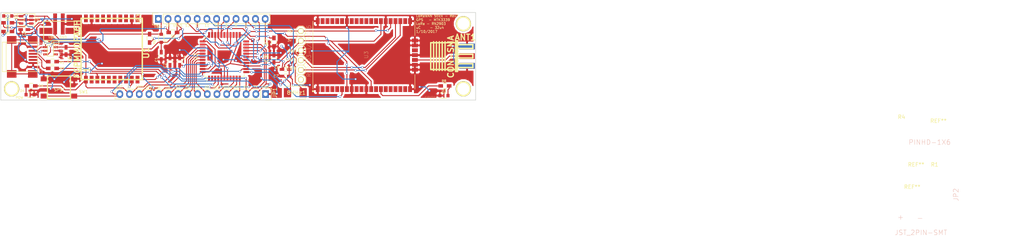
<source format=kicad_pcb>
(kicad_pcb (version 4) (host pcbnew 4.0.2-stable)
  (layers (0 F.Cu signal) (31 B.Cu signal) (34 B.Paste user) (35 F.Paste user) (36 B.SilkS user) (37 F.SilkS user) (38 B.Mask user) (39 F.Mask user) (44 Edge.Cuts user))
  (net 0 "")
  (net 1 "Net-(ANT1-Pad1)")
  (net 2 GND)
  (net 3 3v3)
  (net 4 ARFF)
  (net 5 VBAT)
  (net 6 VBUS)
  (net 7 "Net-(D2-Pad1)")
  (net 8 "Net-(D3-Pad2)")
  (net 9 "Net-(D4-Pad2)")
  (net 10 /1)
  (net 11 /0)
  (net 12 /MISO)
  (net 13 /MOSI)
  (net 14 /SCK)
  (net 15 /A5)
  (net 16 /A4)
  (net 17 /A3)
  (net 18 /A2)
  (net 19 /A1)
  (net 20 /A0)
  (net 21 RST)
  (net 22 /6)
  (net 23 /TEST1)
  (net 24 /TEST0)
  (net 25 "Net-(JP2-Pad6)")
  (net 26 /EN)
  (net 27 /13)
  (net 28 /12)
  (net 29 /11)
  (net 30 /10)
  (net 31 9)
  (net 32 /5)
  (net 33 /3)
  (net 34 /2)
  (net 35 "Net-(P1-Pad2)")
  (net 36 "Net-(P1-Pad3)")
  (net 37 "Net-(P1-Pad4)")
  (net 38 "Net-(P1-Pad6)")
  (net 39 "Net-(R1-Pad1)")
  (net 40 "Net-(R2-Pad1)")
  (net 41 "Net-(R4-Pad1)")
  (net 42 "Net-(R5-Pad2)")
  (net 43 "Net-(R8-Pad1)")
  (net 44 "Net-(U1-Pad2)")
  (net 45 "Net-(U1-Pad4)")
  (net 46 "Net-(U1-Pad5)")
  (net 47 "Net-(U1-Pad6)")
  (net 48 "Net-(U1-Pad7)")
  (net 49 "Net-(U1-Pad11)")
  (net 50 "Net-(U1-Pad13)")
  (net 51 "Net-(U1-Pad14)")
  (net 52 "Net-(U1-Pad15)")
  (net 53 "Net-(U1-Pad16)")
  (net 54 "Net-(U1-Pad17)")
  (net 55 "Net-(U1-Pad18)")
  (net 56 "Net-(U1-Pad20)")
  (net 57 /D7)
  (net 58 "Net-(U2-Pad2)")
  (net 59 "Net-(U2-Pad8)")
  (net 60 "Net-(U2-Pad22)")
  (net 61 /D4)
  (net 62 /D8)
  (net 63 "Net-(U3-Pad2)")
  (net 64 "Net-(U3-Pad3)")
  (net 65 "Net-(U3-Pad4)")
  (net 66 "Net-(U3-Pad5)")
  (net 67 "Net-(U3-Pad9)")
  (net 68 "Net-(U3-Pad10)")
  (net 69 "Net-(U3-Pad13)")
  (net 70 "Net-(U3-Pad35)")
  (net 71 "Net-(U3-Pad36)")
  (net 72 "Net-(U3-Pad37)")
  (net 73 "Net-(U3-Pad38)")
  (net 74 "Net-(U3-Pad39)")
  (net 75 "Net-(U3-Pad40)")
  (net 76 "Net-(U3-Pad43)")
  (net 77 "Net-(U3-Pad44)")
  (net 78 "Net-(U3-Pad45)")
  (net 79 "Net-(U3-Pad46)")
  (net 80 "Net-(U4-Pad5)")
  (net 81 "Net-(U1-Pad8)")
  (net 82 "Net-(8MHz1-Pad1)")
  (net 83 "Net-(8MHz1-Pad2)")
  (module Crystals:ABM3 (layer F.Cu) (at 152.654 93.472 180)
    (fp_text reference 8MHz1 (at -0.254 0 180) (layer F.SilkS))
    (fp_text value CRYSTAL_2)
    (pad 2 smd rect (at 2.05 0 180) (size 1.9 2.4) (layers F.Cu F.Paste F.Mask) (net 83 "Net-(8MHz1-Pad2)"))
    (pad 1 smd rect (at -2.05 0 180) (size 1.9 2.4) (layers F.Cu F.Paste F.Mask) (net 82 "Net-(8MHz1-Pad1)"))
  )
  (module Capacitors_SMD:C_0603_HandSoldering (layer F.Cu) (at 150.114 89.154)
    (fp_text reference C8 (at -2.286 -2.286) (layer F.SilkS) (effects (font (size 0.635 0.635) (thickness 0.1))))
    (fp_text value C)
    (pad 1 smd rect (at -0.95 0) (size 1.2 0.75) (layers F.Cu F.Paste F.Mask) (net 83 "Net-(8MHz1-Pad2)"))
    (pad 2 smd rect (at 0.95 0) (size 1.2 0.75) (layers F.Cu F.Paste F.Mask) (net 2 GND))
  )
  (module Capacitors_SMD:C_0603_HandSoldering (layer F.Cu) (at 150.114 87.376)
    (fp_text reference C7 (at -2.54 1.778) (layer F.SilkS) (effects (font (size 0.635 0.635) (thickness 0.1))))
    (fp_text value C)
    (pad 1 smd rect (at -0.95 0) (size 1.2 0.75) (layers F.Cu F.Paste F.Mask) (net 82 "Net-(8MHz1-Pad1)"))
    (pad 2 smd rect (at 0.95 0) (size 1.2 0.75) (layers F.Cu F.Paste F.Mask) (net 2 GND))
  )
  (module misc:Mounting-Hole (layer F.Cu) (at 196.596 75.438)
    (fp_text reference REF** (at 117.348 42.672) (layer F.SilkS))
    (fp_text value Measurement_Point_Round-SMD-Pad_Big)
    (pad 1 thru_hole circle (at 0 0) (size 4 4) (drill 3.2) (layers *.Cu *.Mask F.SilkS))
  )
  (module misc:Mounting-Hole (layer F.Cu) (at 196.596 92.456)
    (fp_text reference REF** (at 124.206 8.382) (layer F.SilkS))
    (fp_text value Measurement_Point_Round-SMD-Pad_Big)
    (pad 1 thru_hole circle (at 0 0) (size 4 4) (drill 3.2) (layers *.Cu *.Mask F.SilkS))
  )
  (module misc:CON-SMA-EDGE (layer F.Cu) (at 197.554 83.902 270)
    (fp_text reference ANT1 (at -4.908 0.45 360) (layer F.SilkS) (effects (font (thickness 0.3048))))
    (fp_text value CON-SMA (at 0.172 4.26 270) (layer F.SilkS) (effects (font (thickness 0.3048))))
    (pad 1 smd rect (at 0 0 270) (size 1.524 4.064) (layers F.Cu F.Paste F.Mask) (net 1 "Net-(ANT1-Pad1)"))
    (pad 2 smd rect (at -2.54 0 270) (size 1.524 4.064) (layers F.Cu F.Paste F.Mask) (net 2 GND))
    (pad 4 smd rect (at 2.54 0 270) (size 1.524 4.064) (layers F.Cu F.Paste F.Mask) (net 2 GND))
    (pad 3 smd rect (at -2.54 0 270) (size 1.524 4.064) (layers B.Cu B.Paste B.Mask) (net 2 GND))
    (pad 5 smd rect (at 2.54 0 270) (size 1.524 4.064) (layers B.Cu B.Paste B.Mask) (net 2 GND))
  )
  (module Pin_Headers:Pin_Header_Straight_1x16 (layer F.Cu) (at 144.87652 93.83776 270)
    (fp_text reference JP1 (at -0.36576 -2.44348 270) (layer F.SilkS))
    (fp_text value CONN_01X16)
    (pad 1 thru_hole rect (at 0 0 270) (size 2.032 1.7272) (drill 1.016) (layers *.Cu *.Mask) (net 2 GND))
    (pad 2 thru_hole oval (at 0 2.54 270) (size 2.032 1.7272) (drill 1.016) (layers *.Cu *.Mask) (net 10 /1))
    (pad 3 thru_hole oval (at 0 5.08 270) (size 2.032 1.7272) (drill 1.016) (layers *.Cu *.Mask) (net 11 /0))
    (pad 4 thru_hole oval (at 0 7.62 270) (size 2.032 1.7272) (drill 1.016) (layers *.Cu *.Mask) (net 12 /MISO))
    (pad 5 thru_hole oval (at 0 10.16 270) (size 2.032 1.7272) (drill 1.016) (layers *.Cu *.Mask) (net 13 /MOSI))
    (pad 6 thru_hole oval (at 0 12.7 270) (size 2.032 1.7272) (drill 1.016) (layers *.Cu *.Mask) (net 14 /SCK))
    (pad 7 thru_hole oval (at 0 15.24 270) (size 2.032 1.7272) (drill 1.016) (layers *.Cu *.Mask) (net 15 /A5))
    (pad 8 thru_hole oval (at 0 17.78 270) (size 2.032 1.7272) (drill 1.016) (layers *.Cu *.Mask) (net 16 /A4))
    (pad 9 thru_hole oval (at 0 20.32 270) (size 2.032 1.7272) (drill 1.016) (layers *.Cu *.Mask) (net 17 /A3))
    (pad 10 thru_hole oval (at 0 22.86 270) (size 2.032 1.7272) (drill 1.016) (layers *.Cu *.Mask) (net 18 /A2))
    (pad 11 thru_hole oval (at 0 25.4 270) (size 2.032 1.7272) (drill 1.016) (layers *.Cu *.Mask) (net 19 /A1))
    (pad 12 thru_hole oval (at 0 27.94 270) (size 2.032 1.7272) (drill 1.016) (layers *.Cu *.Mask) (net 20 /A0))
    (pad 13 thru_hole oval (at 0 30.48 270) (size 2.032 1.7272) (drill 1.016) (layers *.Cu *.Mask) (net 2 GND))
    (pad 14 thru_hole oval (at 0 33.02 270) (size 2.032 1.7272) (drill 1.016) (layers *.Cu *.Mask) (net 4 ARFF))
    (pad 15 thru_hole oval (at 0 35.56 270) (size 2.032 1.7272) (drill 1.016) (layers *.Cu *.Mask) (net 3 3v3))
    (pad 16 thru_hole oval (at 0 38.1 270) (size 2.032 1.7272) (drill 1.016) (layers *.Cu *.Mask) (net 21 RST))
  )
  (module adafruit:adafruit-1X06 (layer F.Cu) (at 154.104 83.702 270)
    (fp_text reference JP2 (at 36.44 -171.27 270) (layer B.SilkS) (effects (font (size 1.27 1.27) (thickness 0.0889))))
    (fp_text value PINHD-1X6 (at 22.724 -164.412 360) (layer B.SilkS) (effects (font (size 1.27 1.27) (thickness 0.0889))))
    (pad 1 thru_hole circle (at -6.35 0 270) (size 1.524 3.048) (drill 1.016) (layers *.Cu F.Paste F.SilkS F.Mask) (net 22 /6))
    (pad 2 thru_hole circle (at -3.81 0 270) (size 1.524 3.048) (drill 1.016) (layers *.Cu F.Paste F.SilkS F.Mask) (net 3 3v3))
    (pad 3 thru_hole circle (at -1.27 0 270) (size 1.524 3.048) (drill 1.016) (layers *.Cu F.Paste F.SilkS F.Mask) (net 2 GND))
    (pad 4 thru_hole circle (at 1.27 0 270) (size 1.524 3.048) (drill 1.016) (layers *.Cu F.Paste F.SilkS F.Mask) (net 23 /TEST1))
    (pad 5 thru_hole circle (at 3.81 0 270) (size 1.524 3.048) (drill 1.016) (layers *.Cu F.Paste F.SilkS F.Mask) (net 24 /TEST0))
    (pad 6 thru_hole circle (at 6.35 0 270) (size 1.524 3.048) (drill 1.016) (layers *.Cu F.Paste F.SilkS F.Mask) (net 25 "Net-(JP2-Pad6)"))
  )
  (module open-project:SW_PUSH_SMD (layer F.Cu) (at 90.854 92.102 180)
    (fp_text reference SW1 (at -6.428 -1.116 180) (layer F.SilkS) (effects (font (size 0.762 0.762) (thickness 0.127))))
    (fp_text value SPST (at -0.078 -0.608 180) (layer F.SilkS) (effects (font (size 0.762 0.762) (thickness 0.127))))
    (pad 1 smd rect (at -3.99796 -2.2479 180) (size 1.5494 1.2954) (layers F.Cu F.Paste F.Mask) (net 21 RST))
    (pad 1 smd rect (at 3.99796 -2.2479 180) (size 1.5494 1.2954) (layers F.Cu F.Paste F.Mask) (net 21 RST))
    (pad 2 smd rect (at 3.99796 2.2479 180) (size 1.5494 1.2954) (layers F.Cu F.Paste F.Mask) (net 2 GND))
    (pad 2 smd rect (at -3.99796 2.2479 180) (size 1.5494 1.2954) (layers F.Cu F.Paste F.Mask) (net 2 GND))
  )
  (module FGPMMOPA6H:FGPMMOPA6H (layer F.Cu) (at 104.648 82.042 90)
    (fp_text reference U1 (at -1.00076 8.99922 90) (layer F.SilkS) (effects (font (thickness 0.3048))))
    (fp_text value FGPMMOPA6H (at 0 -8.99922 90) (layer F.SilkS) (effects (font (thickness 0.3048))))
    (fp_text user 1 (at -5.3848 -6.5024 90) (layer F.SilkS) (effects (font (thickness 0.3048))))
    (pad 1 smd rect (at -8.001 -6.74878 90) (size 1.99898 1.00076) (layers F.Cu F.Paste F.Mask) (net 3 3v3))
    (pad 2 smd rect (at -8.001 -5.25018 90) (size 1.99898 1.00076) (layers F.Cu F.Paste F.Mask) (net 44 "Net-(U1-Pad2)"))
    (pad 3 smd rect (at -8.001 -3.74904 90) (size 1.99898 1.00076) (layers F.Cu F.Paste F.Mask) (net 2 GND))
    (pad 4 smd rect (at -8.001 -2.25044 90) (size 1.99898 1.00076) (layers F.Cu F.Paste F.Mask) (net 45 "Net-(U1-Pad4)"))
    (pad 5 smd rect (at -8.001 -0.7493 90) (size 1.99898 1.00076) (layers F.Cu F.Paste F.Mask) (net 46 "Net-(U1-Pad5)"))
    (pad 6 smd rect (at -8.001 0.7493 90) (size 1.99898 1.00076) (layers F.Cu F.Paste F.Mask) (net 47 "Net-(U1-Pad6)"))
    (pad 7 smd rect (at -8.001 2.25044 90) (size 1.99898 1.00076) (layers F.Cu F.Paste F.Mask) (net 48 "Net-(U1-Pad7)"))
    (pad 8 smd rect (at -8.001 3.74904 90) (size 1.99898 1.00076) (layers F.Cu F.Paste F.Mask) (net 81 "Net-(U1-Pad8)"))
    (pad 9 smd rect (at -8.001 5.25018 90) (size 1.99898 1.00076) (layers F.Cu F.Paste F.Mask) (net 11 /0))
    (pad 10 smd rect (at -8.001 6.74878 90) (size 1.99898 1.00076) (layers F.Cu F.Paste F.Mask) (net 10 /1))
    (pad 11 smd rect (at 8.001 6.74878 90) (size 1.99898 1.00076) (layers F.Cu F.Paste F.Mask) (net 49 "Net-(U1-Pad11)"))
    (pad 12 smd rect (at 8.001 5.25018 90) (size 1.99898 1.00076) (layers F.Cu F.Paste F.Mask) (net 2 GND))
    (pad 13 smd rect (at 8.001 3.74904 90) (size 1.99898 1.00076) (layers F.Cu F.Paste F.Mask) (net 50 "Net-(U1-Pad13)"))
    (pad 14 smd rect (at 8.001 2.25044 90) (size 1.99898 1.00076) (layers F.Cu F.Paste F.Mask) (net 51 "Net-(U1-Pad14)"))
    (pad 15 smd rect (at 8.001 0.7493 90) (size 1.99898 1.00076) (layers F.Cu F.Paste F.Mask) (net 52 "Net-(U1-Pad15)"))
    (pad 16 smd rect (at 8.001 -0.7493 90) (size 1.99898 1.00076) (layers F.Cu F.Paste F.Mask) (net 53 "Net-(U1-Pad16)"))
    (pad 17 smd rect (at 8.001 -2.25044 90) (size 1.99898 1.00076) (layers F.Cu F.Paste F.Mask) (net 54 "Net-(U1-Pad17)"))
    (pad 18 smd rect (at 8.001 -3.74904 90) (size 1.99898 1.00076) (layers F.Cu F.Paste F.Mask) (net 55 "Net-(U1-Pad18)"))
    (pad 19 smd rect (at 8.001 -5.25018 90) (size 1.99898 1.00076) (layers F.Cu F.Paste F.Mask) (net 2 GND))
    (pad 20 smd rect (at 8.001 -6.74878 90) (size 1.99898 1.00076) (layers F.Cu F.Paste F.Mask) (net 56 "Net-(U1-Pad20)"))
  )
  (module Housings_QFP:TQFP-44_10x10mm_Pitch0.8mm (layer F.Cu) (at 134.112 84.074 90)
    (fp_text reference U2 (at 0 -7.45 90) (layer F.SilkS))
    (fp_text value ATmega32U4-AU)
    (pad 1 smd rect (at -5.7 -4 90) (size 1.5 0.55) (layers F.Cu F.Paste F.Mask) (net 57 /D7))
    (pad 2 smd rect (at -5.7 -3.2 90) (size 1.5 0.55) (layers F.Cu F.Paste F.Mask) (net 58 "Net-(U2-Pad2)"))
    (pad 3 smd rect (at -5.7 -2.4 90) (size 1.5 0.55) (layers F.Cu F.Paste F.Mask) (net 40 "Net-(R2-Pad1)"))
    (pad 4 smd rect (at -5.7 -1.6 90) (size 1.5 0.55) (layers F.Cu F.Paste F.Mask) (net 39 "Net-(R1-Pad1)"))
    (pad 5 smd rect (at -5.7 -0.8 90) (size 1.5 0.55) (layers F.Cu F.Paste F.Mask) (net 2 GND))
    (pad 6 smd rect (at -5.7 0 90) (size 1.5 0.55) (layers F.Cu F.Paste F.Mask) (net 3 3v3))
    (pad 7 smd rect (at -5.7 0.8 90) (size 1.5 0.55) (layers F.Cu F.Paste F.Mask) (net 6 VBUS))
    (pad 8 smd rect (at -5.7 1.6 90) (size 1.5 0.55) (layers F.Cu F.Paste F.Mask) (net 59 "Net-(U2-Pad8)"))
    (pad 9 smd rect (at -5.7 2.4 90) (size 1.5 0.55) (layers F.Cu F.Paste F.Mask) (net 14 /SCK))
    (pad 10 smd rect (at -5.7 3.2 90) (size 1.5 0.55) (layers F.Cu F.Paste F.Mask) (net 13 /MOSI))
    (pad 11 smd rect (at -5.7 4 90) (size 1.5 0.55) (layers F.Cu F.Paste F.Mask) (net 12 /MISO))
    (pad 12 smd rect (at -4 5.7 180) (size 1.5 0.55) (layers F.Cu F.Paste F.Mask) (net 29 /11))
    (pad 13 smd rect (at -3.2 5.7 180) (size 1.5 0.55) (layers F.Cu F.Paste F.Mask) (net 21 RST))
    (pad 14 smd rect (at -2.4 5.7 180) (size 1.5 0.55) (layers F.Cu F.Paste F.Mask) (net 3 3v3))
    (pad 15 smd rect (at -1.6 5.7 180) (size 1.5 0.55) (layers F.Cu F.Paste F.Mask) (net 2 GND))
    (pad 16 smd rect (at -0.8 5.7 180) (size 1.5 0.55) (layers F.Cu F.Paste F.Mask) (net 83 "Net-(8MHz1-Pad2)"))
    (pad 17 smd rect (at 0 5.7 180) (size 1.5 0.55) (layers F.Cu F.Paste F.Mask) (net 82 "Net-(8MHz1-Pad1)"))
    (pad 18 smd rect (at 0.8 5.7 180) (size 1.5 0.55) (layers F.Cu F.Paste F.Mask) (net 33 /3))
    (pad 19 smd rect (at 1.6 5.7 180) (size 1.5 0.55) (layers F.Cu F.Paste F.Mask) (net 34 /2))
    (pad 20 smd rect (at 2.4 5.7 180) (size 1.5 0.55) (layers F.Cu F.Paste F.Mask) (net 11 /0))
    (pad 21 smd rect (at 3.2 5.7 180) (size 1.5 0.55) (layers F.Cu F.Paste F.Mask) (net 10 /1))
    (pad 22 smd rect (at 4 5.7 180) (size 1.5 0.55) (layers F.Cu F.Paste F.Mask) (net 60 "Net-(U2-Pad22)"))
    (pad 23 smd rect (at 5.7 4 90) (size 1.5 0.55) (layers F.Cu F.Paste F.Mask) (net 2 GND))
    (pad 24 smd rect (at 5.7 3.2 90) (size 1.5 0.55) (layers F.Cu F.Paste F.Mask) (net 3 3v3))
    (pad 25 smd rect (at 5.7 2.4 90) (size 1.5 0.55) (layers F.Cu F.Paste F.Mask) (net 61 /D4))
    (pad 26 smd rect (at 5.7 1.6 90) (size 1.5 0.55) (layers F.Cu F.Paste F.Mask) (net 28 /12))
    (pad 27 smd rect (at 5.7 0.8 90) (size 1.5 0.55) (layers F.Cu F.Paste F.Mask) (net 22 /6))
    (pad 28 smd rect (at 5.7 0 90) (size 1.5 0.55) (layers F.Cu F.Paste F.Mask) (net 62 /D8))
    (pad 29 smd rect (at 5.7 -0.8 90) (size 1.5 0.55) (layers F.Cu F.Paste F.Mask) (net 31 9))
    (pad 30 smd rect (at 5.7 -1.6 90) (size 1.5 0.55) (layers F.Cu F.Paste F.Mask) (net 30 /10))
    (pad 31 smd rect (at 5.7 -2.4 90) (size 1.5 0.55) (layers F.Cu F.Paste F.Mask) (net 32 /5))
    (pad 32 smd rect (at 5.7 -3.2 90) (size 1.5 0.55) (layers F.Cu F.Paste F.Mask) (net 27 /13))
    (pad 33 smd rect (at 5.7 -4 90) (size 1.5 0.55) (layers F.Cu F.Paste F.Mask) (net 3 3v3))
    (pad 34 smd rect (at 4 -5.7 180) (size 1.5 0.55) (layers F.Cu F.Paste F.Mask) (net 3 3v3))
    (pad 35 smd rect (at 3.2 -5.7 180) (size 1.5 0.55) (layers F.Cu F.Paste F.Mask) (net 2 GND))
    (pad 36 smd rect (at 2.4 -5.7 180) (size 1.5 0.55) (layers F.Cu F.Paste F.Mask) (net 20 /A0))
    (pad 37 smd rect (at 1.6 -5.7 180) (size 1.5 0.55) (layers F.Cu F.Paste F.Mask) (net 19 /A1))
    (pad 38 smd rect (at 0.8 -5.7 180) (size 1.5 0.55) (layers F.Cu F.Paste F.Mask) (net 18 /A2))
    (pad 39 smd rect (at 0 -5.7 180) (size 1.5 0.55) (layers F.Cu F.Paste F.Mask) (net 17 /A3))
    (pad 40 smd rect (at -0.8 -5.7 180) (size 1.5 0.55) (layers F.Cu F.Paste F.Mask) (net 16 /A4))
    (pad 41 smd rect (at -1.6 -5.7 180) (size 1.5 0.55) (layers F.Cu F.Paste F.Mask) (net 15 /A5))
    (pad 42 smd rect (at -2.4 -5.7 180) (size 1.5 0.55) (layers F.Cu F.Paste F.Mask) (net 4 ARFF))
    (pad 43 smd rect (at -3.2 -5.7 180) (size 1.5 0.55) (layers F.Cu F.Paste F.Mask) (net 2 GND))
    (pad 44 smd rect (at -4 -5.7 180) (size 1.5 0.55) (layers F.Cu F.Paste F.Mask) (net 3 3v3))
  )
  (module RN2903-I_RM095:XCVR_RN2903-I%2fRM095 (layer F.Cu) (at 170.5864 83.6422 270)
    (fp_text reference U3 (at -0.0762 -0.6096 270) (layer F.SilkS) (effects (font (thickness 0.05))))
    (fp_text value RN2903-I/RM095 (at -1.0922 14.3764 270) (layer F.SilkS) (effects (font (thickness 0.05))))
    (pad 1 smd rect (at 8.89 12.065) (size 1.016 1.524) (layers F.Cu F.Paste F.Mask) (net 2 GND))
    (pad 2 smd rect (at 8.89 10.795) (size 1.016 1.524) (layers F.Cu F.Paste F.Mask) (net 63 "Net-(U3-Pad2)"))
    (pad 3 smd rect (at 8.89 9.525) (size 1.016 1.524) (layers F.Cu F.Paste F.Mask) (net 64 "Net-(U3-Pad3)"))
    (pad 4 smd rect (at 8.89 8.255) (size 1.016 1.524) (layers F.Cu F.Paste F.Mask) (net 65 "Net-(U3-Pad4)"))
    (pad 5 smd rect (at 8.89 6.985) (size 1.016 1.524) (layers F.Cu F.Paste F.Mask) (net 66 "Net-(U3-Pad5)"))
    (pad 6 smd rect (at 8.89 5.715) (size 1.016 1.524) (layers F.Cu F.Paste F.Mask) (net 30 /10))
    (pad 7 smd rect (at 8.89 4.445) (size 1.016 1.524) (layers F.Cu F.Paste F.Mask) (net 32 /5))
    (pad 8 smd rect (at 8.89 3.175) (size 1.016 1.524) (layers F.Cu F.Paste F.Mask) (net 2 GND))
    (pad 9 smd rect (at 8.89 1.905) (size 1.016 1.524) (layers F.Cu F.Paste F.Mask) (net 67 "Net-(U3-Pad9)"))
    (pad 10 smd rect (at 8.89 0.635) (size 1.016 1.524) (layers F.Cu F.Paste F.Mask) (net 68 "Net-(U3-Pad10)"))
    (pad 11 smd rect (at 8.89 -0.635) (size 1.016 1.524) (layers F.Cu F.Paste F.Mask) (net 2 GND))
    (pad 12 smd rect (at 8.89 -1.905) (size 1.016 1.524) (layers F.Cu F.Paste F.Mask) (net 3 3v3))
    (pad 13 smd rect (at 8.89 -3.175) (size 1.016 1.524) (layers F.Cu F.Paste F.Mask) (net 69 "Net-(U3-Pad13)"))
    (pad 14 smd rect (at 8.89 -4.445) (size 1.016 1.524) (layers F.Cu F.Paste F.Mask) (net 43 "Net-(R8-Pad1)"))
    (pad 15 smd rect (at 8.89 -5.715) (size 1.016 1.524) (layers F.Cu F.Paste F.Mask))
    (pad 16 smd rect (at 8.89 -6.985) (size 1.016 1.524) (layers F.Cu F.Paste F.Mask))
    (pad 17 smd rect (at 8.89 -8.255) (size 1.016 1.524) (layers F.Cu F.Paste F.Mask))
    (pad 18 smd rect (at 8.89 -9.525) (size 1.016 1.524) (layers F.Cu F.Paste F.Mask))
    (pad 19 smd rect (at 8.89 -10.795) (size 1.016 1.524) (layers F.Cu F.Paste F.Mask))
    (pad 20 smd rect (at 8.89 -12.065) (size 1.016 1.524) (layers F.Cu F.Paste F.Mask) (net 2 GND))
    (pad 21 smd rect (at 3.81 -13.335 90) (size 1.016 1.524) (layers F.Cu F.Paste F.Mask) (net 2 GND))
    (pad 22 smd rect (at 2.54 -13.335 90) (size 1.016 1.524) (layers F.Cu F.Paste F.Mask) (net 2 GND))
    (pad 23 smd rect (at 1.27 -13.335 90) (size 1.016 1.524) (layers F.Cu F.Paste F.Mask) (net 1 "Net-(ANT1-Pad1)"))
    (pad 24 smd rect (at 0 -13.335 90) (size 1.016 1.524) (layers F.Cu F.Paste F.Mask) (net 2 GND))
    (pad 25 smd rect (at -1.27 -13.335 90) (size 1.016 1.524) (layers F.Cu F.Paste F.Mask))
    (pad 26 smd rect (at -2.54 -13.335 90) (size 1.016 1.524) (layers F.Cu F.Paste F.Mask) (net 2 GND))
    (pad 27 smd rect (at -3.81 -13.335 90) (size 1.016 1.524) (layers F.Cu F.Paste F.Mask) (net 2 GND))
    (pad 28 smd rect (at -8.89 -12.065 180) (size 1.016 1.524) (layers F.Cu F.Paste F.Mask) (net 2 GND))
    (pad 29 smd rect (at -8.89 -10.795 180) (size 1.016 1.524) (layers F.Cu F.Paste F.Mask))
    (pad 30 smd rect (at -8.89 -9.525 180) (size 1.016 1.524) (layers F.Cu F.Paste F.Mask) (net 24 /TEST0))
    (pad 31 smd rect (at -8.89 -8.255 180) (size 1.016 1.524) (layers F.Cu F.Paste F.Mask) (net 23 /TEST1))
    (pad 32 smd rect (at -8.89 -6.985 180) (size 1.016 1.524) (layers F.Cu F.Paste F.Mask) (net 22 /6))
    (pad 33 smd rect (at -8.89 -5.715 180) (size 1.016 1.524) (layers F.Cu F.Paste F.Mask) (net 2 GND))
    (pad 34 smd rect (at -8.89 -4.445 180) (size 1.016 1.524) (layers F.Cu F.Paste F.Mask) (net 3 3v3))
    (pad 35 smd rect (at -8.89 -3.175 180) (size 1.016 1.524) (layers F.Cu F.Paste F.Mask) (net 70 "Net-(U3-Pad35)"))
    (pad 36 smd rect (at -8.89 -1.905 180) (size 1.016 1.524) (layers F.Cu F.Paste F.Mask) (net 71 "Net-(U3-Pad36)"))
    (pad 37 smd rect (at -8.89 -0.635 180) (size 1.016 1.524) (layers F.Cu F.Paste F.Mask) (net 72 "Net-(U3-Pad37)"))
    (pad 38 smd rect (at -8.89 0.635 180) (size 1.016 1.524) (layers F.Cu F.Paste F.Mask) (net 73 "Net-(U3-Pad38)"))
    (pad 39 smd rect (at -8.89 1.905 180) (size 1.016 1.524) (layers F.Cu F.Paste F.Mask) (net 74 "Net-(U3-Pad39)"))
    (pad 40 smd rect (at -8.89 3.175 180) (size 1.016 1.524) (layers F.Cu F.Paste F.Mask) (net 75 "Net-(U3-Pad40)"))
    (pad 41 smd rect (at -8.89 4.445 180) (size 1.016 1.524) (layers F.Cu F.Paste F.Mask) (net 2 GND))
    (pad 42 smd rect (at -8.89 5.715 180) (size 1.016 1.524) (layers F.Cu F.Paste F.Mask))
    (pad 43 smd rect (at -8.89 6.985 180) (size 1.016 1.524) (layers F.Cu F.Paste F.Mask) (net 76 "Net-(U3-Pad43)"))
    (pad 44 smd rect (at -8.89 8.255 180) (size 1.016 1.524) (layers F.Cu F.Paste F.Mask) (net 77 "Net-(U3-Pad44)"))
    (pad 45 smd rect (at -8.89 9.525 180) (size 1.016 1.524) (layers F.Cu F.Paste F.Mask) (net 78 "Net-(U3-Pad45)"))
    (pad 46 smd rect (at -8.89 10.795 180) (size 1.016 1.524) (layers F.Cu F.Paste F.Mask) (net 79 "Net-(U3-Pad46)"))
    (pad 47 smd rect (at -8.89 12.065 180) (size 1.016 1.524) (layers F.Cu F.Paste F.Mask) (net 2 GND))
  )
  (module Connect:USB_Mini-B (layer F.Cu) (at 80.654 84.102)
    (fp_text reference P1 hide)
    (fp_text value USB_OTG)
    (pad 1 smd rect (at 3.44932 -1.6002) (size 2.30124 0.50038) (layers F.Cu F.Paste F.Mask) (net 6 VBUS))
    (pad 2 smd rect (at 3.44932 -0.8001) (size 2.30124 0.50038) (layers F.Cu F.Paste F.Mask) (net 35 "Net-(P1-Pad2)"))
    (pad 3 smd rect (at 3.44932 0) (size 2.30124 0.50038) (layers F.Cu F.Paste F.Mask) (net 36 "Net-(P1-Pad3)"))
    (pad 4 smd rect (at 3.44932 0.8001) (size 2.30124 0.50038) (layers F.Cu F.Paste F.Mask) (net 37 "Net-(P1-Pad4)"))
    (pad 5 smd rect (at 3.44932 1.6002) (size 2.30124 0.50038) (layers F.Cu F.Paste F.Mask) (net 2 GND))
    (pad 6 smd rect (at 3.35026 -4.45008) (size 2.49936 1.99898) (layers F.Cu F.Paste F.Mask) (net 38 "Net-(P1-Pad6)"))
    (pad 6 smd rect (at -2.14884 -4.45008) (size 2.49936 1.99898) (layers F.Cu F.Paste F.Mask) (net 38 "Net-(P1-Pad6)"))
    (pad 6 smd rect (at 3.35026 4.45008) (size 2.49936 1.99898) (layers F.Cu F.Paste F.Mask) (net 38 "Net-(P1-Pad6)"))
    (pad 6 smd rect (at -2.14884 4.45008) (size 2.49936 1.99898) (layers F.Cu F.Paste F.Mask) (net 38 "Net-(P1-Pad6)"))
    (pad "" np_thru_hole circle (at 0.8509 -2.19964) (size 0.89916 0.89916) (drill 0.89916) (layers *.Cu *.Mask))
    (pad "" np_thru_hole circle (at 0.8509 2.19964) (size 0.89916 0.89916) (drill 0.89916) (layers *.Cu *.Mask))
  )
  (module Capacitors_SMD:C_0603_HandSoldering (layer F.Cu) (at 119.888 85.344 90)
    (fp_text reference C2 hide)
    (fp_text value 10uF)
    (pad 1 smd rect (at -0.95 0 90) (size 1.2 0.75) (layers F.Cu F.Paste F.Mask) (net 3 3v3))
    (pad 2 smd rect (at 0.95 0 90) (size 1.2 0.75) (layers F.Cu F.Paste F.Mask) (net 2 GND))
  )
  (module Capacitors_SMD:C_0603_HandSoldering (layer F.Cu) (at 147.066 84.582 90)
    (fp_text reference C3 (at 0 -1.9 90) (layer F.SilkS))
    (fp_text value 1uF)
    (pad 1 smd rect (at -0.95 0 90) (size 1.2 0.75) (layers F.Cu F.Paste F.Mask) (net 3 3v3))
    (pad 2 smd rect (at 0.95 0 90) (size 1.2 0.75) (layers F.Cu F.Paste F.Mask) (net 2 GND))
  )
  (module Capacitors_SMD:C_0603_HandSoldering (layer F.Cu) (at 122.428 85.344 90)
    (fp_text reference C4 hide)
    (fp_text value 1uF)
    (pad 1 smd rect (at -0.95 0 90) (size 1.2 0.75) (layers F.Cu F.Paste F.Mask) (net 4 ARFF))
    (pad 2 smd rect (at 0.95 0 90) (size 1.2 0.75) (layers F.Cu F.Paste F.Mask) (net 2 GND))
  )
  (module Capacitors_SMD:C_0603_HandSoldering (layer F.Cu) (at 81.788 76.962 180)
    (fp_text reference C5 (at 0 -1.27 180) (layer F.SilkS) (effects (font (size 0.635 0.635) (thickness 0.1))))
    (fp_text value 10uF)
    (pad 1 smd rect (at -0.95 0 180) (size 1.2 0.75) (layers F.Cu F.Paste F.Mask) (net 5 VBAT))
    (pad 2 smd rect (at 0.95 0 180) (size 1.2 0.75) (layers F.Cu F.Paste F.Mask) (net 2 GND))
  )
  (module Capacitors_SMD:C_0603_HandSoldering (layer F.Cu) (at 92.71 82.55 270)
    (fp_text reference C6 (at 2.286 -1.016 270) (layer F.SilkS))
    (fp_text value 10uF)
    (pad 1 smd rect (at -0.95 0 270) (size 1.2 0.75) (layers F.Cu F.Paste F.Mask) (net 3 3v3))
    (pad 2 smd rect (at 0.95 0 270) (size 1.2 0.75) (layers F.Cu F.Paste F.Mask) (net 2 GND))
  )
  (module adafruit:adafruit-JST-PH-2-SMT (layer F.Cu) (at 90.854 77.302 180)
    (fp_text reference CN1 (at 0.635 -4.445 180) (layer B.SilkS) (effects (font (size 1.27 1.27) (thickness 0.0889))))
    (fp_text value JST_2PIN-SMT (at -225.376 -52.746 180) (layer B.SilkS) (effects (font (size 1.27 1.27) (thickness 0.0889))))
    (fp_text user + (at -220.042 -48.682 180) (layer B.SilkS) (effects (font (size 1.4224 1.4224) (thickness 0.0889))))
    (fp_text user - (at -225.122 -48.936 180) (layer B.SilkS) (effects (font (size 1.4224 1.4224) (thickness 0.0889))))
    (pad 1 smd rect (at -0.99822 1.79832 180) (size 0.99822 5.4991) (layers F.Cu F.Paste F.Mask) (net 2 GND))
    (pad 2 smd rect (at 0.99822 1.79832 180) (size 0.99822 5.4991) (layers F.Cu F.Paste F.Mask) (net 5 VBAT))
    (pad NC1 smd rect (at -3.39852 0 180) (size 3.39852 1.59766) (layers F.Cu F.Paste F.Mask))
    (pad NC2 smd rect (at 3.39852 0 180) (size 3.39852 1.59766) (layers F.Cu F.Paste F.Mask))
  )
  (module Diodes_SMD:D_0805 (layer F.Cu) (at 117.602 79.248 270)
    (fp_text reference D1 (at 0.762 -1.27 270) (layer F.SilkS) (effects (font (size 0.635 0.635) (thickness 0.1))))
    (fp_text value DIODESCH)
    (pad 1 smd rect (at -1.05 0 270) (size 0.8 0.9) (layers F.Cu F.Paste F.Mask) (net 5 VBAT))
    (pad 2 smd rect (at 1.05 0 270) (size 0.8 0.9) (layers F.Cu F.Paste F.Mask) (net 6 VBUS))
  )
  (module Diodes_SMD:D_0805 (layer F.Cu) (at 77.47 73.406)
    (fp_text reference D2 hide)
    (fp_text value LED-BAT)
    (pad 1 smd rect (at -1.05 0) (size 0.8 0.9) (layers F.Cu F.Paste F.Mask) (net 7 "Net-(D2-Pad1)"))
    (pad 2 smd rect (at 1.05 0) (size 0.8 0.9) (layers F.Cu F.Paste F.Mask) (net 6 VBUS))
  )
  (module Diodes_SMD:D_0805 (layer F.Cu) (at 191.516 94.234)
    (fp_text reference D3 hide)
    (fp_text value LED-RED)
    (pad 1 smd rect (at -1.05 0) (size 0.8 0.9) (layers F.Cu F.Paste F.Mask) (net 2 GND))
    (pad 2 smd rect (at 1.05 0) (size 0.8 0.9) (layers F.Cu F.Paste F.Mask) (net 8 "Net-(D3-Pad2)"))
  )
  (module Diodes_SMD:D_0805 (layer F.Cu) (at 83.312 93.98 180)
    (fp_text reference D4 hide)
    (fp_text value LED-POW)
    (pad 1 smd rect (at -1.05 0 180) (size 0.8 0.9) (layers F.Cu F.Paste F.Mask) (net 2 GND))
    (pad 2 smd rect (at 1.05 0 180) (size 0.8 0.9) (layers F.Cu F.Paste F.Mask) (net 9 "Net-(D4-Pad2)"))
  )
  (module Resistors_SMD:R_0603_HandSoldering (layer F.Cu) (at 89.154 87.122 180)
    (fp_text reference R1 (at -230.632 -25.146 180) (layer F.SilkS))
    (fp_text value 22)
    (pad 1 smd rect (at -1.1 0 180) (size 1.2 0.9) (layers F.Cu F.Paste F.Mask) (net 39 "Net-(R1-Pad1)"))
    (pad 2 smd rect (at 1.1 0 180) (size 1.2 0.9) (layers F.Cu F.Paste F.Mask) (net 36 "Net-(P1-Pad3)"))
  )
  (module Resistors_SMD:R_0603_HandSoldering (layer F.Cu) (at 89.154 85.344 180)
    (fp_text reference R2 (at -2.54 -1.778 180) (layer F.SilkS) (effects (font (size 0.635 0.635) (thickness 0.1))))
    (fp_text value 22)
    (pad 1 smd rect (at -1.1 0 180) (size 1.2 0.9) (layers F.Cu F.Paste F.Mask) (net 40 "Net-(R2-Pad1)"))
    (pad 2 smd rect (at 1.1 0 180) (size 1.2 0.9) (layers F.Cu F.Paste F.Mask) (net 35 "Net-(P1-Pad2)"))
  )
  (module Resistors_SMD:R_0603_HandSoldering (layer F.Cu) (at 120.65 77.724)
    (fp_text reference R3 hide)
    (fp_text value 100k)
    (pad 1 smd rect (at -1.1 0) (size 1.2 0.9) (layers F.Cu F.Paste F.Mask) (net 26 /EN))
    (pad 2 smd rect (at 1.1 0) (size 1.2 0.9) (layers F.Cu F.Paste F.Mask) (net 6 VBUS))
  )
  (module Resistors_SMD:R_0603_HandSoldering (layer F.Cu) (at 77.47 77.47 180)
    (fp_text reference R4 (at -233.68 -22.352 180) (layer F.SilkS))
    (fp_text value 1k)
    (pad 1 smd rect (at -1.1 0 180) (size 1.2 0.9) (layers F.Cu F.Paste F.Mask) (net 41 "Net-(R4-Pad1)"))
    (pad 2 smd rect (at 1.1 0 180) (size 1.2 0.9) (layers F.Cu F.Paste F.Mask) (net 7 "Net-(D2-Pad1)"))
  )
  (module Resistors_SMD:R_0603_HandSoldering (layer F.Cu) (at 77.47 75.184)
    (fp_text reference R5 hide)
    (fp_text value 10k)
    (pad 1 smd rect (at -1.1 0) (size 1.2 0.9) (layers F.Cu F.Paste F.Mask) (net 2 GND))
    (pad 2 smd rect (at 1.1 0) (size 1.2 0.9) (layers F.Cu F.Paste F.Mask) (net 42 "Net-(R5-Pad2)"))
  )
  (module Resistors_SMD:R_0603_HandSoldering (layer F.Cu) (at 114.554 79.248 90)
    (fp_text reference R6 (at -1.016 1.27 90) (layer F.SilkS) (effects (font (size 0.635 0.635) (thickness 0.1))))
    (fp_text value 100k)
    (pad 1 smd rect (at -1.1 0 90) (size 1.2 0.9) (layers F.Cu F.Paste F.Mask) (net 31 9))
    (pad 2 smd rect (at 1.1 0 90) (size 1.2 0.9) (layers F.Cu F.Paste F.Mask) (net 5 VBAT))
  )
  (module Resistors_SMD:R_0603_HandSoldering (layer F.Cu) (at 147.066 80.264 90)
    (fp_text reference R7 (at 0 -1.9 90) (layer F.SilkS))
    (fp_text value 100k)
    (pad 1 smd rect (at -1.1 0 90) (size 1.2 0.9) (layers F.Cu F.Paste F.Mask) (net 2 GND))
    (pad 2 smd rect (at 1.1 0 90) (size 1.2 0.9) (layers F.Cu F.Paste F.Mask) (net 31 9))
  )
  (module Resistors_SMD:R_0603_HandSoldering (layer F.Cu) (at 191.77 91.694)
    (fp_text reference R8 (at -0.254 -1.27) (layer F.SilkS) (effects (font (size 0.635 0.635) (thickness 0.1))))
    (fp_text value 1k)
    (pad 1 smd rect (at -1.1 0) (size 1.2 0.9) (layers F.Cu F.Paste F.Mask) (net 43 "Net-(R8-Pad1)"))
    (pad 2 smd rect (at 1.1 0) (size 1.2 0.9) (layers F.Cu F.Paste F.Mask) (net 8 "Net-(D3-Pad2)"))
  )
  (module Resistors_SMD:R_0603_HandSoldering (layer F.Cu) (at 83.566 91.694 180)
    (fp_text reference R9 hide)
    (fp_text value 1k)
    (pad 1 smd rect (at -1.1 0 180) (size 1.2 0.9) (layers F.Cu F.Paste F.Mask) (net 3 3v3))
    (pad 2 smd rect (at 1.1 0 180) (size 1.2 0.9) (layers F.Cu F.Paste F.Mask) (net 9 "Net-(D4-Pad2)"))
  )
  (module Capacitors_SMD:C_0603_HandSoldering (layer F.Cu) (at 117.602 83.82 270)
    (fp_text reference C1 hide)
    (fp_text value 10uF)
    (pad 1 smd rect (at -0.95 0 270) (size 1.2 0.75) (layers F.Cu F.Paste F.Mask) (net 6 VBUS))
    (pad 2 smd rect (at 0.95 0 270) (size 1.2 0.75) (layers F.Cu F.Paste F.Mask) (net 2 GND))
  )
  (module misc:SPX3819 (layer F.Cu) (at 88.654 82.502 270)
    (fp_text reference U4 (at 1.27 -2.54 270) (layer B.SilkS) (effects (font (size 1.27 1.27) (thickness 0.0889))))
    (fp_text value SPX3819 (at 1.905 2.794 270) (layer B.SilkS) (effects (font (size 1.27 1.27) (thickness 0.0889))))
    (pad 1 smd rect (at -0.94996 1.29794 270) (size 0.54864 1.19888) (layers F.Cu F.Paste F.Mask) (net 6 VBUS))
    (pad 2 smd rect (at 0 1.29794 270) (size 0.54864 1.19888) (layers F.Cu F.Paste F.Mask) (net 2 GND))
    (pad 3 smd rect (at 0.94996 1.29794 270) (size 0.54864 1.19888) (layers F.Cu F.Paste F.Mask) (net 26 /EN))
    (pad 5 smd rect (at 0.94996 -1.29794 270) (size 0.54864 1.19888) (layers F.Cu F.Paste F.Mask) (net 80 "Net-(U4-Pad5)"))
    (pad 4 smd rect (at -0.94996 -1.29794 270) (size 0.54864 1.19888) (layers F.Cu F.Paste F.Mask) (net 3 3v3))
  )
  (module Pin_Headers:Pin_Header_Straight_1x12 (layer F.Cu) (at 116.84 74.168 90)
    (fp_text reference JP3 (at 0 -5.1 90) (layer F.SilkS))
    (fp_text value PINHD-1X12)
    (pad 1 thru_hole rect (at 0 0 90) (size 2.032 1.7272) (drill 1.016) (layers *.Cu *.Mask) (net 5 VBAT))
    (pad 2 thru_hole oval (at 0 2.54 90) (size 2.032 1.7272) (drill 1.016) (layers *.Cu *.Mask) (net 26 /EN))
    (pad 3 thru_hole oval (at 0 5.08 90) (size 2.032 1.7272) (drill 1.016) (layers *.Cu *.Mask) (net 6 VBUS))
    (pad 4 thru_hole oval (at 0 7.62 90) (size 2.032 1.7272) (drill 1.016) (layers *.Cu *.Mask) (net 27 /13))
    (pad 5 thru_hole oval (at 0 10.16 90) (size 2.032 1.7272) (drill 1.016) (layers *.Cu *.Mask) (net 28 /12))
    (pad 6 thru_hole oval (at 0 12.7 90) (size 2.032 1.7272) (drill 1.016) (layers *.Cu *.Mask) (net 29 /11))
    (pad 7 thru_hole oval (at 0 15.24 90) (size 2.032 1.7272) (drill 1.016) (layers *.Cu *.Mask) (net 30 /10))
    (pad 8 thru_hole oval (at 0 17.78 90) (size 2.032 1.7272) (drill 1.016) (layers *.Cu *.Mask) (net 31 9))
    (pad 9 thru_hole oval (at 0 20.32 90) (size 2.032 1.7272) (drill 1.016) (layers *.Cu *.Mask) (net 22 /6))
    (pad 10 thru_hole oval (at 0 22.86 90) (size 2.032 1.7272) (drill 1.016) (layers *.Cu *.Mask) (net 32 /5))
    (pad 11 thru_hole oval (at 0 25.4 90) (size 2.032 1.7272) (drill 1.016) (layers *.Cu *.Mask) (net 33 /3))
    (pad 12 thru_hole oval (at 0 27.94 90) (size 2.032 1.7272) (drill 1.016) (layers *.Cu *.Mask) (net 34 /2))
  )
  (module arthurc:SOT23-5 (layer F.Cu) (at 82.296 74.422 90)
    (fp_text reference U5 (at 0 3.048 90) (layer F.SilkS) (effects (font (size 0.762 0.762) (thickness 0.1016))))
    (fp_text value MCP73831 hide)
    (pad 1 smd rect (at -0.9525 1.3335 90) (size 0.59944 1.15062) (layers F.Cu F.Paste F.Mask) (net 41 "Net-(R4-Pad1)"))
    (pad 3 smd rect (at 0.9525 1.3335 90) (size 0.59944 1.15062) (layers F.Cu F.Paste F.Mask) (net 5 VBAT))
    (pad 2 smd rect (at 0 1.3335 90) (size 0.59944 1.15062) (layers F.Cu F.Paste F.Mask) (net 2 GND))
    (pad 4 smd rect (at 0.9525 -1.3335 90) (size 0.59944 1.15062) (layers F.Cu F.Paste F.Mask) (net 6 VBUS))
    (pad 5 smd rect (at -0.9525 -1.3335 90) (size 0.59944 1.15062) (layers F.Cu F.Paste F.Mask) (net 42 "Net-(R5-Pad2)"))
  )
  (module misc:Mounting-Hole (layer F.Cu) (at 78.486 92.456)
    (fp_text reference REF** (at 236.474 19.812) (layer F.SilkS))
    (fp_text value Measurement_Point_Round-SMD-Pad_Big)
    (pad 1 thru_hole circle (at 0 0) (size 4 4) (drill 3.2) (layers *.Cu *.Mask F.SilkS))
  )
  (gr_text VBAT (at 89.154 78.994) (layer F.SilkS) (effects (font (size 0.635 0.635) (thickness 0.1))))
  (gr_text GND (at 91.948 78.994) (layer F.SilkS) (effects (font (size 0.635 0.635) (thickness 0.1))))
  (gr_text R4 (at 77.47 77.724) (layer F.SilkS) (effects (font (size 0.635 0.635) (thickness 0.1))))
  (gr_text R5 (at 77.47 76.2) (layer F.SilkS) (effects (font (size 0.635 0.635) (thickness 0.1))))
  (gr_text D2 (at 77.47 73.66) (layer F.SilkS) (effects (font (size 0.635 0.635) (thickness 0.1))))
  (gr_text D4 (at 81.28 92.964) (layer F.SilkS) (effects (font (size 0.635 0.635) (thickness 0.1))))
  (gr_text R9 (at 86.106 91.694) (layer F.SilkS) (effects (font (size 0.635 0.635) (thickness 0.1))))
  (gr_text R1 (at 91.694 85.598) (layer F.SilkS) (effects (font (size 0.635 0.635) (thickness 0.1))))
  (gr_text SPX3819 (at 88.9 80.518) (layer F.SilkS) (effects (font (size 0.635 0.635) (thickness 0.1))))
  (gr_text "LoRaWAN Stick - Rev2\nGPS   - MTK3339 \nLoRa - RN2903\nuC     - 32u4\n1/10/2017" (at 184.15 75.438) (layer F.SilkS) (effects (font (size 0.635 0.635) (thickness 0.1)) (justify left)))
  (gr_text D3 (at 191.516 92.964) (layer F.SilkS) (effects (font (size 0.635 0.635) (thickness 0.1))))
  (gr_text C4 (at 123.698 84.328 90) (layer F.SilkS) (effects (font (size 0.635 0.635) (thickness 0.1))))
  (gr_text C2 (at 118.618 86.36 90) (layer F.SilkS) (effects (font (size 0.635 0.635) (thickness 0.1))))
  (gr_text C1 (at 116.332 84.836 90) (layer F.SilkS) (effects (font (size 0.635 0.635) (thickness 0.1))))
  (gr_text R3 (at 120.65 78.994) (layer F.SilkS) (effects (font (size 0.635 0.635) (thickness 0.1))))
  (gr_text BAT (at 79.502 73.406 90) (layer F.SilkS) (effects (font (size 0.635 0.635) (thickness 0.1))))
  (gr_text POW (at 80.518 94.742) (layer F.SilkS) (effects (font (size 0.635 0.635) (thickness 0.1))))
  (gr_text GPIO10 (at 188.214 94.742) (layer F.SilkS) (effects (font (size 0.635 0.635) (thickness 0.03))))
  (gr_text RST (at 151.384 77.47) (layer F.SilkS) (effects (font (size 0.635 0.635) (thickness 0.1))))
  (gr_text TEST0 (at 151.384 87.122) (layer F.SilkS) (effects (font (size 0.635 0.635) (thickness 0.1))))
  (gr_text TEST1 (at 151.384 84.836) (layer F.SilkS) (effects (font (size 0.635 0.635) (thickness 0.1))))
  (gr_text GND (at 151.638 82.55) (layer F.SilkS) (effects (font (size 0.635 0.635) (thickness 0.1))))
  (gr_text 3v (at 151.13 79.756) (layer F.SilkS) (effects (font (size 0.635 0.635) (thickness 0.1))))
  (gr_text 2 (at 144.78 75.946) (layer F.SilkS) (effects (font (size 0.635 0.635) (thickness 0.1))))
  (gr_text 3 (at 142.24 75.946) (layer F.SilkS) (effects (font (size 0.635 0.635) (thickness 0.1))))
  (gr_text 5 (at 139.7 75.946) (layer F.SilkS) (effects (font (size 0.635 0.635) (thickness 0.1))))
  (gr_text 6 (at 137.16 75.946) (layer F.SilkS) (effects (font (size 0.635 0.635) (thickness 0.1))))
  (gr_text 9 (at 134.62 75.946) (layer F.SilkS) (effects (font (size 0.635 0.635) (thickness 0.1))))
  (gr_text 10 (at 132.08 75.946) (layer F.SilkS) (effects (font (size 0.635 0.635) (thickness 0.1))))
  (gr_text 11 (at 129.54 75.946) (layer F.SilkS) (effects (font (size 0.635 0.635) (thickness 0.1))))
  (gr_text 12 (at 127 75.946) (layer F.SilkS) (effects (font (size 0.635 0.635) (thickness 0.1))))
  (gr_text 13 (at 124.46 75.946) (layer F.SilkS) (effects (font (size 0.635 0.635) (thickness 0.1))))
  (gr_text VBUS (at 121.92 75.946) (layer F.SilkS) (effects (font (size 0.635 0.635) (thickness 0.1))))
  (gr_text EN (at 119.38 75.946) (layer F.SilkS) (effects (font (size 0.635 0.635) (thickness 0.1))))
  (gr_text VBAT (at 116.84 76.2) (layer F.SilkS) (effects (font (size 0.635 0.635) (thickness 0.1))))
  (gr_text GND (at 144.78 91.948) (layer F.SilkS) (effects (font (size 0.635 0.635) (thickness 0.1))))
  (gr_text TX (at 142.24 91.948) (layer F.SilkS) (effects (font (size 0.635 0.635) (thickness 0.1))))
  (gr_text RX (at 139.7 91.948) (layer F.SilkS) (effects (font (size 0.635 0.635) (thickness 0.1))))
  (gr_text MISO (at 137.16 91.948) (layer F.SilkS) (effects (font (size 0.635 0.635) (thickness 0.1))))
  (gr_text MOSI (at 134.62 91.948) (layer F.SilkS) (effects (font (size 0.635 0.635) (thickness 0.1))))
  (gr_text SCK (at 132.08 91.948) (layer F.SilkS) (effects (font (size 0.635 0.635) (thickness 0.1))))
  (gr_text A5 (at 129.54 91.948) (layer F.SilkS) (effects (font (size 0.635 0.635) (thickness 0.1))))
  (gr_text A4 (at 127 91.948) (layer F.SilkS) (effects (font (size 0.635 0.635) (thickness 0.1))))
  (gr_text A3 (at 124.46 91.948) (layer F.SilkS) (effects (font (size 0.635 0.635) (thickness 0.1))))
  (gr_text A2 (at 121.92 91.948) (layer F.SilkS) (effects (font (size 0.635 0.635) (thickness 0.1))))
  (gr_text A1 (at 119.38 91.948) (layer F.SilkS) (effects (font (size 0.635 0.635) (thickness 0.1))))
  (gr_text A0 (at 116.84 91.948) (layer F.SilkS) (effects (font (size 0.635 0.635) (thickness 0.1))))
  (gr_text GND (at 114.3 91.948) (layer F.SilkS) (effects (font (size 0.635 0.635) (thickness 0.1))))
  (gr_text ARFF (at 112.014 91.948) (layer F.SilkS) (effects (font (size 0.635 0.635) (thickness 0.1))))
  (gr_text 3v (at 109.22 91.948) (layer F.SilkS) (effects (font (size 0.635 0.635) (thickness 0.1))))
  (gr_text RST (at 106.68 91.948) (layer F.SilkS) (effects (font (size 0.635 0.635) (thickness 0.1))))
  (gr_line (start 199.814 72.502) (end 75.664 72.502) (angle 90) (layer Edge.Cuts) (width 0.15))
  (gr_line (start 199.814 95.392) (end 75.664 95.392) (angle 90) (layer Edge.Cuts) (width 0.15))
  (gr_line (start 199.81164 95.38462) (end 199.81164 72.57288) (angle 90) (layer Edge.Cuts) (width 0.15))
  (gr_line (start 75.66406 95.36684) (end 75.68438 95.34652) (angle 90) (layer Edge.Cuts) (width 0.15))
  (gr_line (start 75.66406 72.50176) (end 75.66406 95.36176) (angle 90) (layer Edge.Cuts) (width 0.15))
  (via (at 149.098 81.28) (size 0.6) (drill 0.4) (layers F.Cu B.Cu) (net 0))
  (via (at 150.622 84.582) (size 0.6) (drill 0.4) (layers F.Cu B.Cu) (net 0))
  (segment (start 150.622 84.582) (end 150.368 82.55) (width 0.25) (layer B.Cu) (net 0))
  (segment (start 150.368 82.55) (end 149.098 81.28) (width 0.25) (layer B.Cu) (net 0))
  (segment (start 183.9214 84.9122) (end 191.9478 84.9122) (width 0.25) (layer F.Cu) (net 1))
  (segment (start 192.958 83.902) (end 197.554 83.902) (width 0.25) (layer F.Cu) (net 1))
  (segment (start 191.9478 84.9122) (end 192.958 83.902) (width 0.25) (layer F.Cu) (net 1))
  (segment (start 151.064 87.376) (end 151.064 86.426) (width 0.25) (layer F.Cu) (net 2))
  (segment (start 151.384 86.106) (end 151.384 83.566) (width 0.25) (layer B.Cu) (net 2))
  (via (at 151.384 86.106) (size 0.6) (drill 0.4) (layers F.Cu B.Cu) (net 2))
  (segment (start 151.064 86.426) (end 151.384 86.106) (width 0.25) (layer F.Cu) (net 2))
  (segment (start 151.384 83.566) (end 151.384 81.534) (width 0.25) (layer B.Cu) (net 2))
  (segment (start 151.384 81.534) (end 150.876 81.026) (width 0.25) (layer B.Cu) (net 2))
  (via (at 150.876 81.026) (size 0.6) (drill 0.4) (layers F.Cu B.Cu) (net 2))
  (segment (start 150.876 81.026) (end 150.114 80.264) (width 0.25) (layer F.Cu) (net 2))
  (segment (start 150.114 80.264) (end 148.166 80.264) (width 0.25) (layer F.Cu) (net 2))
  (segment (start 147.066 81.364) (end 148.166 80.264) (width 0.25) (layer F.Cu) (net 2))
  (via (at 151.384 83.566) (size 0.6) (drill 0.4) (layers F.Cu B.Cu) (net 2))
  (segment (start 151.384 83.566) (end 154.104 82.624) (width 0.25) (layer F.Cu) (net 2))
  (segment (start 151.064 89.154) (end 151.064 87.376) (width 0.25) (layer F.Cu) (net 2))
  (segment (start 158.5214 92.5322) (end 157.5562 92.5322) (width 0.25) (layer F.Cu) (net 2))
  (segment (start 157.5562 92.5322) (end 156.464 91.44) (width 0.25) (layer F.Cu) (net 2))
  (segment (start 139.812 85.674) (end 138.252 85.674) (width 0.25) (layer F.Cu) (net 2))
  (segment (start 132.842 86.106) (end 132.842 87.122) (width 0.25) (layer B.Cu) (net 2))
  (segment (start 132.334 85.598) (end 132.842 86.106) (width 0.25) (layer B.Cu) (net 2))
  (via (at 132.334 85.598) (size 0.6) (drill 0.4) (layers F.Cu B.Cu) (net 2))
  (segment (start 133.096 85.598) (end 132.334 85.598) (width 0.25) (layer F.Cu) (net 2))
  (segment (start 133.858 84.836) (end 133.096 85.598) (width 0.25) (layer F.Cu) (net 2))
  (via (at 133.858 84.836) (size 0.6) (drill 0.4) (layers F.Cu B.Cu) (net 2))
  (segment (start 136.906 84.836) (end 133.858 84.836) (width 0.25) (layer B.Cu) (net 2))
  (segment (start 137.16 85.09) (end 136.906 84.836) (width 0.25) (layer B.Cu) (net 2))
  (via (at 137.16 85.09) (size 0.6) (drill 0.4) (layers F.Cu B.Cu) (net 2))
  (segment (start 137.668 85.09) (end 137.16 85.09) (width 0.25) (layer F.Cu) (net 2))
  (segment (start 138.252 85.674) (end 137.668 85.09) (width 0.25) (layer F.Cu) (net 2))
  (segment (start 141.656 85.674) (end 143.18 85.674) (width 0.25) (layer F.Cu) (net 2))
  (via (at 143.764 84.074) (size 0.6) (drill 0.4) (layers F.Cu B.Cu) (net 2))
  (segment (start 143.764 84.074) (end 144.272 83.058) (width 0.25) (layer B.Cu) (net 2))
  (segment (start 144.272 83.058) (end 148.844 83.058) (width 0.25) (layer B.Cu) (net 2))
  (via (at 148.844 83.058) (size 0.6) (drill 0.4) (layers F.Cu B.Cu) (net 2))
  (segment (start 148.844 83.058) (end 149.098 82.804) (width 0.25) (layer F.Cu) (net 2))
  (segment (start 149.098 82.804) (end 149.098 82.296) (width 0.25) (layer F.Cu) (net 2))
  (segment (start 143.764 85.09) (end 143.764 84.074) (width 0.25) (layer F.Cu) (net 2))
  (segment (start 143.18 85.674) (end 143.764 85.09) (width 0.25) (layer F.Cu) (net 2))
  (segment (start 190.466 94.234) (end 188.976 94.234) (width 0.25) (layer F.Cu) (net 2))
  (segment (start 188.976 94.234) (end 187.706 92.964) (width 0.25) (layer F.Cu) (net 2))
  (via (at 187.706 92.964) (size 0.6) (drill 0.4) (layers F.Cu B.Cu) (net 2))
  (segment (start 187.706 92.964) (end 186.69 91.948) (width 0.25) (layer B.Cu) (net 2))
  (segment (start 186.69 91.948) (end 185.166 91.948) (width 0.25) (layer B.Cu) (net 2))
  (via (at 185.166 91.948) (size 0.6) (drill 0.4) (layers F.Cu B.Cu) (net 2))
  (segment (start 185.166 91.948) (end 184.5818 92.5322) (width 0.25) (layer F.Cu) (net 2))
  (segment (start 184.5818 92.5322) (end 182.6514 92.5322) (width 0.25) (layer F.Cu) (net 2))
  (segment (start 84.362 93.98) (end 84.582 93.98) (width 0.25) (layer F.Cu) (net 2))
  (segment (start 84.582 93.98) (end 86.106 92.456) (width 0.25) (layer F.Cu) (net 2))
  (segment (start 86.106 92.456) (end 88.646 92.456) (width 0.25) (layer F.Cu) (net 2))
  (via (at 88.646 92.456) (size 0.6) (drill 0.4) (layers F.Cu B.Cu) (net 2))
  (segment (start 88.646 92.456) (end 89.154 91.948) (width 0.25) (layer B.Cu) (net 2))
  (segment (start 89.154 91.948) (end 89.154 90.932) (width 0.25) (layer B.Cu) (net 2))
  (via (at 89.154 90.932) (size 0.6) (drill 0.4) (layers F.Cu B.Cu) (net 2))
  (segment (start 89.154 90.932) (end 88.0761 89.8541) (width 0.25) (layer F.Cu) (net 2))
  (segment (start 88.0761 89.8541) (end 86.85604 89.8541) (width 0.25) (layer F.Cu) (net 2))
  (segment (start 83.6295 74.422) (end 79.756 74.422) (width 0.25) (layer F.Cu) (net 2))
  (segment (start 79.756 74.422) (end 79.756 76.454) (width 0.25) (layer B.Cu) (net 2))
  (via (at 79.756 74.422) (size 0.6) (drill 0.4) (layers F.Cu B.Cu) (net 2))
  (segment (start 166.624 82.804) (end 166.116 82.804) (width 0.25) (layer B.Cu) (net 2))
  (segment (start 167.4114 90.9066) (end 167.4114 92.5322) (width 0.25) (layer F.Cu) (net 2))
  (segment (start 168.402 89.916) (end 167.4114 90.9066) (width 0.25) (layer F.Cu) (net 2))
  (via (at 168.402 89.916) (size 0.6) (drill 0.4) (layers F.Cu B.Cu) (net 2))
  (segment (start 165.1 89.916) (end 168.402 89.916) (width 0.25) (layer B.Cu) (net 2))
  (segment (start 163.576 88.392) (end 165.1 89.916) (width 0.25) (layer B.Cu) (net 2))
  (segment (start 163.576 85.344) (end 163.576 88.392) (width 0.25) (layer B.Cu) (net 2))
  (segment (start 166.116 82.804) (end 163.576 85.344) (width 0.25) (layer B.Cu) (net 2))
  (segment (start 166.1414 74.7522) (end 166.1414 76.4286) (width 0.25) (layer F.Cu) (net 2))
  (segment (start 156.854 82.432) (end 154.104 82.432) (width 0.25) (layer F.Cu) (net 2))
  (segment (start 156.972 82.55) (end 156.854 82.432) (width 0.25) (layer F.Cu) (net 2))
  (via (at 156.972 82.55) (size 0.6) (drill 0.4) (layers F.Cu B.Cu) (net 2))
  (segment (start 166.37 82.55) (end 156.972 82.55) (width 0.25) (layer B.Cu) (net 2))
  (segment (start 166.624 82.804) (end 166.37 82.55) (width 0.25) (layer B.Cu) (net 2))
  (segment (start 166.624 76.962) (end 166.624 82.804) (width 0.25) (layer B.Cu) (net 2))
  (segment (start 166.116 76.454) (end 166.624 76.962) (width 0.25) (layer B.Cu) (net 2))
  (via (at 166.116 76.454) (size 0.6) (drill 0.4) (layers F.Cu B.Cu) (net 2))
  (segment (start 166.1414 76.4286) (end 166.116 76.454) (width 0.25) (layer F.Cu) (net 2))
  (segment (start 183.9214 81.1022) (end 193.6242 81.1022) (width 0.25) (layer F.Cu) (net 2))
  (segment (start 193.884 81.362) (end 197.554 81.362) (width 0.25) (layer B.Cu) (net 2))
  (segment (start 193.802 81.28) (end 193.884 81.362) (width 0.25) (layer B.Cu) (net 2))
  (via (at 193.802 81.28) (size 0.6) (drill 0.4) (layers F.Cu B.Cu) (net 2))
  (segment (start 193.6242 81.1022) (end 193.802 81.28) (width 0.25) (layer F.Cu) (net 2))
  (segment (start 197.554 86.442) (end 194.9 86.442) (width 0.25) (layer B.Cu) (net 2))
  (segment (start 194.99 81.362) (end 197.554 81.362) (width 0.25) (layer B.Cu) (net 2))
  (segment (start 194.056 82.296) (end 194.99 81.362) (width 0.25) (layer B.Cu) (net 2))
  (segment (start 194.056 85.598) (end 194.056 82.296) (width 0.25) (layer B.Cu) (net 2))
  (segment (start 194.9 86.442) (end 194.056 85.598) (width 0.25) (layer B.Cu) (net 2))
  (segment (start 94.85196 89.8541) (end 93.0259 89.8541) (width 0.25) (layer F.Cu) (net 2))
  (segment (start 94.742 88.138) (end 98.806 88.138) (width 0.25) (layer B.Cu) (net 2))
  (segment (start 92.202 90.678) (end 94.742 88.138) (width 0.25) (layer B.Cu) (net 2))
  (via (at 92.202 90.678) (size 0.6) (drill 0.4) (layers F.Cu B.Cu) (net 2))
  (segment (start 93.0259 89.8541) (end 92.202 90.678) (width 0.25) (layer F.Cu) (net 2))
  (segment (start 80.772 78.486) (end 80.772 80.772) (width 0.25) (layer B.Cu) (net 2))
  (segment (start 82.9082 85.7022) (end 84.10332 85.7022) (width 0.25) (layer F.Cu) (net 2))
  (segment (start 82.042 84.836) (end 82.9082 85.7022) (width 0.25) (layer F.Cu) (net 2))
  (via (at 82.042 84.836) (size 0.6) (drill 0.4) (layers F.Cu B.Cu) (net 2))
  (segment (start 80.264 83.058) (end 82.042 84.836) (width 0.25) (layer B.Cu) (net 2))
  (segment (start 80.264 81.28) (end 80.264 83.058) (width 0.25) (layer B.Cu) (net 2))
  (segment (start 80.772 80.772) (end 80.264 81.28) (width 0.25) (layer B.Cu) (net 2))
  (segment (start 76.37 75.184) (end 76.37 76.116) (width 0.25) (layer F.Cu) (net 2))
  (segment (start 80.264 78.486) (end 80.772 78.486) (width 0.25) (layer B.Cu) (net 2))
  (segment (start 79.756 77.978) (end 80.264 78.486) (width 0.25) (layer B.Cu) (net 2))
  (segment (start 79.756 76.454) (end 79.756 77.978) (width 0.25) (layer B.Cu) (net 2))
  (segment (start 78.486 76.454) (end 79.756 76.454) (width 0.25) (layer B.Cu) (net 2))
  (via (at 78.486 76.454) (size 0.6) (drill 0.4) (layers F.Cu B.Cu) (net 2))
  (segment (start 76.708 76.454) (end 78.486 76.454) (width 0.25) (layer F.Cu) (net 2))
  (segment (start 76.37 76.116) (end 76.708 76.454) (width 0.25) (layer F.Cu) (net 2))
  (segment (start 80.772 78.486) (end 83.566 78.486) (width 0.25) (layer B.Cu) (net 2))
  (segment (start 84.328 77.724) (end 85.027199 77.024801) (width 0.25) (layer F.Cu) (net 2))
  (via (at 84.328 77.724) (size 0.6) (drill 0.4) (layers F.Cu B.Cu) (net 2))
  (segment (start 83.566 78.486) (end 84.328 77.724) (width 0.25) (layer B.Cu) (net 2))
  (segment (start 80.838 76.962) (end 80.838 78.42) (width 0.25) (layer F.Cu) (net 2))
  (segment (start 86.408 82.502) (end 87.35606 82.502) (width 0.25) (layer F.Cu) (net 2))
  (segment (start 86.106 82.804) (end 86.408 82.502) (width 0.25) (layer F.Cu) (net 2))
  (via (at 86.106 82.804) (size 0.6) (drill 0.4) (layers F.Cu B.Cu) (net 2))
  (segment (start 85.09 82.804) (end 86.106 82.804) (width 0.25) (layer B.Cu) (net 2))
  (segment (start 80.772 78.486) (end 85.09 82.804) (width 0.25) (layer B.Cu) (net 2))
  (via (at 80.772 78.486) (size 0.6) (drill 0.4) (layers F.Cu B.Cu) (net 2))
  (segment (start 80.838 78.42) (end 80.772 78.486) (width 0.25) (layer F.Cu) (net 2))
  (segment (start 94.42232 75.50368) (end 91.85222 75.50368) (width 0.25) (layer F.Cu) (net 2))
  (segment (start 94.742 75.184) (end 94.42232 75.50368) (width 0.25) (layer F.Cu) (net 2))
  (segment (start 94.742 74.676) (end 94.742 75.184) (width 0.25) (layer F.Cu) (net 2))
  (segment (start 94.234 74.168) (end 94.742 74.676) (width 0.25) (layer F.Cu) (net 2))
  (segment (start 130.302 83.82) (end 125.222 83.82) (width 0.25) (layer B.Cu) (net 2))
  (segment (start 121.92 83.886) (end 122.428 84.394) (width 0.25) (layer F.Cu) (net 2))
  (segment (start 121.92 82.804) (end 121.92 83.886) (width 0.25) (layer F.Cu) (net 2))
  (segment (start 122.428 82.296) (end 121.92 82.804) (width 0.25) (layer F.Cu) (net 2))
  (via (at 122.428 82.296) (size 0.6) (drill 0.4) (layers F.Cu B.Cu) (net 2))
  (segment (start 123.698 82.296) (end 122.428 82.296) (width 0.25) (layer B.Cu) (net 2))
  (segment (start 125.222 83.82) (end 123.698 82.296) (width 0.25) (layer B.Cu) (net 2))
  (segment (start 88.392 88.646) (end 89.662 89.916) (width 0.25) (layer B.Cu) (net 2))
  (segment (start 84.10332 85.7022) (end 84.10332 86.83868) (width 0.25) (layer F.Cu) (net 2))
  (segment (start 84.10332 86.83868) (end 84.074 86.868) (width 0.25) (layer F.Cu) (net 2))
  (via (at 84.074 86.868) (size 0.6) (drill 0.4) (layers F.Cu B.Cu) (net 2))
  (segment (start 84.074 86.868) (end 85.852 88.646) (width 0.25) (layer B.Cu) (net 2))
  (segment (start 85.852 88.646) (end 88.392 88.646) (width 0.25) (layer B.Cu) (net 2))
  (segment (start 86.85604 89.8541) (end 89.6001 89.8541) (width 0.25) (layer F.Cu) (net 2))
  (segment (start 94.422 83.5) (end 92.71 83.5) (width 0.25) (layer F.Cu) (net 2))
  (segment (start 94.488 83.566) (end 94.422 83.5) (width 0.25) (layer F.Cu) (net 2))
  (via (at 94.488 83.566) (size 0.6) (drill 0.4) (layers F.Cu B.Cu) (net 2))
  (segment (start 94.488 85.09) (end 94.488 83.566) (width 0.25) (layer B.Cu) (net 2))
  (segment (start 89.662 89.916) (end 94.488 85.09) (width 0.25) (layer B.Cu) (net 2))
  (via (at 89.662 89.916) (size 0.6) (drill 0.4) (layers F.Cu B.Cu) (net 2))
  (segment (start 89.6001 89.8541) (end 89.662 89.916) (width 0.25) (layer F.Cu) (net 2))
  (segment (start 133.312 89.774) (end 133.312 91.478) (width 0.25) (layer F.Cu) (net 2))
  (segment (start 147.71624 93.83776) (end 144.87652 93.83776) (width 0.25) (layer F.Cu) (net 2))
  (segment (start 147.828 93.726) (end 147.71624 93.83776) (width 0.25) (layer F.Cu) (net 2))
  (via (at 147.828 93.726) (size 0.6) (drill 0.4) (layers F.Cu B.Cu) (net 2))
  (segment (start 147.828 91.694) (end 147.828 93.726) (width 0.25) (layer B.Cu) (net 2))
  (segment (start 146.304 90.17) (end 147.828 91.694) (width 0.25) (layer B.Cu) (net 2))
  (segment (start 144.272 90.17) (end 146.304 90.17) (width 0.25) (layer B.Cu) (net 2))
  (segment (start 143.764 89.662) (end 144.272 90.17) (width 0.25) (layer B.Cu) (net 2))
  (via (at 143.764 89.662) (size 0.6) (drill 0.4) (layers F.Cu B.Cu) (net 2))
  (segment (start 142.748 89.662) (end 143.764 89.662) (width 0.25) (layer F.Cu) (net 2))
  (segment (start 140.462 91.948) (end 142.748 89.662) (width 0.25) (layer F.Cu) (net 2))
  (via (at 140.462 91.948) (size 0.6) (drill 0.4) (layers F.Cu B.Cu) (net 2))
  (segment (start 133.35 91.948) (end 140.462 91.948) (width 0.25) (layer B.Cu) (net 2))
  (segment (start 133.096 91.694) (end 133.35 91.948) (width 0.25) (layer B.Cu) (net 2))
  (via (at 133.096 91.694) (size 0.6) (drill 0.4) (layers F.Cu B.Cu) (net 2))
  (segment (start 133.312 91.478) (end 133.096 91.694) (width 0.25) (layer F.Cu) (net 2))
  (segment (start 154.104 82.432) (end 154.104 82.624) (width 0.25) (layer F.Cu) (net 2))
  (segment (start 147.066 81.364) (end 148.166 81.364) (width 0.25) (layer F.Cu) (net 2))
  (segment (start 148.166 81.364) (end 149.098 82.296) (width 0.25) (layer F.Cu) (net 2))
  (segment (start 138.112 78.374) (end 139.588 78.374) (width 0.25) (layer F.Cu) (net 2))
  (segment (start 141.656 84.912) (end 141.656 85.674) (width 0.25) (layer F.Cu) (net 2))
  (segment (start 141.732 84.836) (end 141.656 84.912) (width 0.25) (layer F.Cu) (net 2))
  (via (at 141.732 84.836) (size 0.6) (drill 0.4) (layers F.Cu B.Cu) (net 2))
  (segment (start 141.732 79.756) (end 141.732 84.836) (width 0.25) (layer B.Cu) (net 2))
  (segment (start 141.478 79.502) (end 141.732 79.756) (width 0.25) (layer B.Cu) (net 2))
  (via (at 141.478 79.502) (size 0.6) (drill 0.4) (layers F.Cu B.Cu) (net 2))
  (segment (start 140.716 79.502) (end 141.478 79.502) (width 0.25) (layer F.Cu) (net 2))
  (segment (start 139.588 78.374) (end 140.716 79.502) (width 0.25) (layer F.Cu) (net 2))
  (segment (start 139.812 85.674) (end 141.656 85.674) (width 0.25) (layer F.Cu) (net 2))
  (segment (start 149.098 82.296) (end 149.098 82.042) (width 0.25) (layer F.Cu) (net 2))
  (segment (start 128.412 87.274) (end 129.896 87.274) (width 0.25) (layer F.Cu) (net 2))
  (segment (start 131.064 86.106) (end 131.064 85.344) (width 0.25) (layer B.Cu) (net 2))
  (segment (start 130.81 86.36) (end 131.064 86.106) (width 0.25) (layer B.Cu) (net 2))
  (via (at 130.81 86.36) (size 0.6) (drill 0.4) (layers F.Cu B.Cu) (net 2))
  (segment (start 129.896 87.274) (end 130.81 86.36) (width 0.25) (layer F.Cu) (net 2))
  (segment (start 133.312 89.774) (end 133.312 87.592) (width 0.25) (layer F.Cu) (net 2))
  (segment (start 133.312 87.592) (end 132.842 87.122) (width 0.25) (layer F.Cu) (net 2))
  (via (at 132.842 87.122) (size 0.6) (drill 0.4) (layers F.Cu B.Cu) (net 2))
  (segment (start 129.388 80.874) (end 128.412 80.874) (width 0.25) (layer F.Cu) (net 2))
  (segment (start 130.048 81.534) (end 129.388 80.874) (width 0.25) (layer F.Cu) (net 2))
  (segment (start 130.048 83.566) (end 130.048 81.534) (width 0.25) (layer F.Cu) (net 2))
  (segment (start 130.302 83.82) (end 130.048 83.566) (width 0.25) (layer F.Cu) (net 2))
  (via (at 130.302 83.82) (size 0.6) (drill 0.4) (layers F.Cu B.Cu) (net 2))
  (segment (start 130.302 84.582) (end 130.302 83.82) (width 0.25) (layer B.Cu) (net 2))
  (segment (start 132.842 87.122) (end 131.064 85.344) (width 0.25) (layer B.Cu) (net 2))
  (segment (start 131.064 85.344) (end 130.302 84.582) (width 0.25) (layer B.Cu) (net 2))
  (segment (start 114.39652 93.83776) (end 114.39652 93.37548) (width 0.25) (layer F.Cu) (net 2))
  (segment (start 114.39652 93.37548) (end 115.57 92.202) (width 0.25) (layer F.Cu) (net 2))
  (via (at 115.57 92.202) (size 0.6) (drill 0.4) (layers F.Cu B.Cu) (net 2))
  (segment (start 115.57 92.202) (end 112.776 89.408) (width 0.25) (layer B.Cu) (net 2))
  (segment (start 112.776 89.408) (end 112.776 88.646) (width 0.25) (layer B.Cu) (net 2))
  (via (at 112.776 88.646) (size 0.6) (drill 0.4) (layers F.Cu B.Cu) (net 2))
  (segment (start 112.776 88.646) (end 112.522 88.392) (width 0.25) (layer F.Cu) (net 2))
  (segment (start 112.522 88.392) (end 100.584 88.392) (width 0.25) (layer F.Cu) (net 2))
  (segment (start 100.89896 90.043) (end 100.89896 88.70696) (width 0.25) (layer F.Cu) (net 2))
  (segment (start 102.108 85.852) (end 103.124 85.852) (width 0.25) (layer F.Cu) (net 2))
  (via (at 102.108 85.852) (size 0.6) (drill 0.4) (layers F.Cu B.Cu) (net 2))
  (segment (start 101.092 85.852) (end 102.108 85.852) (width 0.25) (layer B.Cu) (net 2))
  (segment (start 98.806 88.138) (end 101.092 85.852) (width 0.25) (layer B.Cu) (net 2))
  (via (at 98.806 88.138) (size 0.6) (drill 0.4) (layers F.Cu B.Cu) (net 2))
  (segment (start 99.06 88.392) (end 98.806 88.138) (width 0.25) (layer F.Cu) (net 2))
  (segment (start 100.584 88.392) (end 99.06 88.392) (width 0.25) (layer F.Cu) (net 2))
  (segment (start 100.89896 88.70696) (end 100.584 88.392) (width 0.25) (layer F.Cu) (net 2))
  (segment (start 85.027199 76.516801) (end 85.852 75.692) (width 0.25) (layer F.Cu) (net 2))
  (segment (start 85.027199 77.024801) (end 85.027199 76.516801) (width 0.25) (layer F.Cu) (net 2))
  (via (at 94.234 74.168) (size 0.6) (drill 0.4) (layers F.Cu B.Cu) (net 2))
  (segment (start 87.376 75.438) (end 86.106 74.168) (width 0.25) (layer B.Cu) (net 2))
  (segment (start 87.122 75.692) (end 87.376 75.438) (width 0.25) (layer B.Cu) (net 2))
  (via (at 87.122 75.692) (size 0.6) (drill 0.4) (layers F.Cu B.Cu) (net 2))
  (segment (start 85.852 75.692) (end 87.122 75.692) (width 0.25) (layer F.Cu) (net 2))
  (segment (start 86.106 74.168) (end 94.234 74.168) (width 0.25) (layer B.Cu) (net 2))
  (via (at 156.464 91.44) (size 0.6) (drill 0.4) (layers F.Cu B.Cu) (net 2))
  (segment (start 156.464 91.44) (end 152.146 91.44) (width 0.25) (layer B.Cu) (net 2))
  (via (at 152.146 91.44) (size 0.6) (drill 0.4) (layers F.Cu B.Cu) (net 2))
  (segment (start 152.146 91.44) (end 151.892 91.186) (width 0.25) (layer F.Cu) (net 2))
  (segment (start 151.892 89.982) (end 151.064 89.154) (width 0.25) (layer F.Cu) (net 2))
  (segment (start 151.892 91.186) (end 151.892 89.982) (width 0.25) (layer F.Cu) (net 2))
  (segment (start 84.666 91.694) (end 91.44 91.694) (width 0.25) (layer F.Cu) (net 3))
  (segment (start 95.23222 92.71) (end 97.89922 90.043) (width 0.25) (layer F.Cu) (net 3))
  (segment (start 92.456 92.71) (end 95.23222 92.71) (width 0.25) (layer F.Cu) (net 3))
  (segment (start 91.44 91.694) (end 92.456 92.71) (width 0.25) (layer F.Cu) (net 3))
  (segment (start 128.412 88.074) (end 128.412 89.012) (width 0.25) (layer F.Cu) (net 3))
  (segment (start 119.888 87.122) (end 119.888 86.294) (width 0.25) (layer F.Cu) (net 3))
  (segment (start 120.65 87.884) (end 119.888 87.122) (width 0.25) (layer F.Cu) (net 3))
  (via (at 120.65 87.884) (size 0.6) (drill 0.4) (layers F.Cu B.Cu) (net 3))
  (segment (start 122.174 87.884) (end 120.65 87.884) (width 0.25) (layer B.Cu) (net 3))
  (segment (start 123.444 89.154) (end 122.174 87.884) (width 0.25) (layer B.Cu) (net 3))
  (segment (start 128.27 89.154) (end 123.444 89.154) (width 0.25) (layer B.Cu) (net 3))
  (via (at 128.27 89.154) (size 0.6) (drill 0.4) (layers F.Cu B.Cu) (net 3))
  (segment (start 128.412 89.012) (end 128.27 89.154) (width 0.25) (layer F.Cu) (net 3))
  (segment (start 137.312 78.374) (end 137.312 79.908) (width 0.25) (layer F.Cu) (net 3))
  (segment (start 137.668 80.264) (end 135.636 85.852) (width 0.25) (layer F.Cu) (net 3))
  (segment (start 137.312 79.908) (end 137.668 80.264) (width 0.25) (layer F.Cu) (net 3))
  (segment (start 109.31652 93.83776) (end 109.61624 93.83776) (width 0.25) (layer F.Cu) (net 3))
  (segment (start 109.61624 93.83776) (end 111.506 91.948) (width 0.25) (layer F.Cu) (net 3))
  (segment (start 111.506 91.948) (end 113.03 91.948) (width 0.25) (layer F.Cu) (net 3))
  (segment (start 113.03 91.948) (end 114.3 90.678) (width 0.25) (layer F.Cu) (net 3))
  (segment (start 114.3 90.678) (end 118.364 90.678) (width 0.25) (layer F.Cu) (net 3))
  (segment (start 118.364 90.678) (end 119.888 89.154) (width 0.25) (layer F.Cu) (net 3))
  (segment (start 119.888 89.154) (end 119.888 86.294) (width 0.25) (layer F.Cu) (net 3))
  (segment (start 129.54 80.01) (end 128.476 80.01) (width 0.25) (layer F.Cu) (net 3))
  (segment (start 128.476 80.01) (end 128.412 80.074) (width 0.25) (layer F.Cu) (net 3))
  (segment (start 134.112 89.774) (end 134.112 86.474) (width 0.25) (layer F.Cu) (net 3))
  (segment (start 139.812 86.474) (end 135.636 85.852) (width 0.25) (layer F.Cu) (net 3))
  (segment (start 135.636 85.852) (end 134.112 86.474) (width 0.25) (layer F.Cu) (net 3))
  (segment (start 130.086 88.074) (end 128.412 88.074) (width 0.25) (layer F.Cu) (net 3))
  (segment (start 175.0314 74.7522) (end 175.0314 78.2066) (width 0.25) (layer F.Cu) (net 3))
  (segment (start 173.228 80.01) (end 162.052 80.01) (width 0.25) (layer F.Cu) (net 3))
  (segment (start 175.0314 78.2066) (end 173.228 80.01) (width 0.25) (layer F.Cu) (net 3))
  (segment (start 154.104 79.892) (end 161.934 79.892) (width 0.25) (layer F.Cu) (net 3))
  (segment (start 172.4914 90.4494) (end 172.4914 92.5322) (width 0.25) (layer F.Cu) (net 3))
  (segment (start 161.934 79.892) (end 162.052 80.01) (width 0.25) (layer F.Cu) (net 3))
  (segment (start 162.052 80.01) (end 172.4914 90.4494) (width 0.25) (layer F.Cu) (net 3))
  (segment (start 147.066 85.532) (end 148.464 85.532) (width 0.25) (layer F.Cu) (net 3))
  (segment (start 148.464 85.532) (end 154.104 79.892) (width 0.25) (layer F.Cu) (net 3))
  (segment (start 139.812 86.474) (end 143.65 86.474) (width 0.25) (layer F.Cu) (net 3))
  (segment (start 146.37 85.532) (end 147.066 85.532) (width 0.25) (layer F.Cu) (net 3))
  (segment (start 145.796 86.106) (end 146.37 85.532) (width 0.25) (layer F.Cu) (net 3))
  (via (at 145.796 86.106) (size 0.6) (drill 0.4) (layers F.Cu B.Cu) (net 3))
  (segment (start 144.018 86.106) (end 145.796 86.106) (width 0.25) (layer B.Cu) (net 3))
  (segment (start 143.764 86.36) (end 144.018 86.106) (width 0.25) (layer B.Cu) (net 3))
  (via (at 143.764 86.36) (size 0.6) (drill 0.4) (layers F.Cu B.Cu) (net 3))
  (segment (start 143.65 86.474) (end 143.764 86.36) (width 0.25) (layer F.Cu) (net 3))
  (segment (start 128.412 80.074) (end 130.112 78.374) (width 0.25) (layer F.Cu) (net 3))
  (segment (start 97.89922 90.043) (end 97.89922 91.80322) (width 0.25) (layer F.Cu) (net 3))
  (segment (start 107.68076 92.202) (end 109.31652 93.83776) (width 0.25) (layer F.Cu) (net 3))
  (segment (start 98.298 92.202) (end 107.68076 92.202) (width 0.25) (layer F.Cu) (net 3))
  (segment (start 97.89922 91.80322) (end 98.298 92.202) (width 0.25) (layer F.Cu) (net 3))
  (segment (start 97.89922 90.043) (end 97.89922 83.67522) (width 0.25) (layer F.Cu) (net 3))
  (segment (start 95.824 81.6) (end 92.71 81.6) (width 0.25) (layer F.Cu) (net 3))
  (segment (start 97.89922 83.67522) (end 95.824 81.6) (width 0.25) (layer F.Cu) (net 3))
  (segment (start 89.95194 81.55204) (end 92.66204 81.55204) (width 0.25) (layer F.Cu) (net 3))
  (segment (start 92.66204 81.55204) (end 92.71 81.6) (width 0.25) (layer F.Cu) (net 3))
  (segment (start 131.686 86.474) (end 131.686 82.156) (width 0.25) (layer F.Cu) (net 3))
  (segment (start 131.686 82.156) (end 129.54 80.01) (width 0.25) (layer F.Cu) (net 3))
  (segment (start 134.112 86.474) (end 131.686 86.474) (width 0.25) (layer F.Cu) (net 3))
  (segment (start 131.686 86.474) (end 130.086 88.074) (width 0.25) (layer F.Cu) (net 3))
  (segment (start 128.412 86.474) (end 129.426 86.474) (width 0.25) (layer F.Cu) (net 4))
  (segment (start 123.124 86.294) (end 122.428 86.294) (width 0.25) (layer F.Cu) (net 4))
  (segment (start 123.444 86.614) (end 123.124 86.294) (width 0.25) (layer F.Cu) (net 4))
  (via (at 123.444 86.614) (size 0.6) (drill 0.4) (layers F.Cu B.Cu) (net 4))
  (segment (start 123.952 86.106) (end 123.444 86.614) (width 0.25) (layer B.Cu) (net 4))
  (segment (start 129.794 86.106) (end 123.952 86.106) (width 0.25) (layer B.Cu) (net 4))
  (segment (start 130.048 85.852) (end 129.794 86.106) (width 0.25) (layer B.Cu) (net 4))
  (via (at 130.048 85.852) (size 0.6) (drill 0.4) (layers F.Cu B.Cu) (net 4))
  (segment (start 129.426 86.474) (end 130.048 85.852) (width 0.25) (layer F.Cu) (net 4))
  (segment (start 111.85652 93.83776) (end 111.90224 93.83776) (width 0.25) (layer F.Cu) (net 4))
  (segment (start 111.90224 93.83776) (end 114.3 91.44) (width 0.25) (layer F.Cu) (net 4))
  (segment (start 114.3 91.44) (end 120.142 91.44) (width 0.25) (layer F.Cu) (net 4))
  (segment (start 120.142 91.44) (end 122.428 89.154) (width 0.25) (layer F.Cu) (net 4))
  (segment (start 122.428 89.154) (end 122.428 86.294) (width 0.25) (layer F.Cu) (net 4))
  (segment (start 83.6295 73.4695) (end 87.122 73.4695) (width 0.25) (layer F.Cu) (net 5))
  (segment (start 85.598 75.184) (end 86.106 75.184) (width 0.25) (layer F.Cu) (net 5))
  (segment (start 83.82 76.962) (end 85.598 75.184) (width 0.25) (layer F.Cu) (net 5))
  (segment (start 82.738 76.962) (end 83.82 76.962) (width 0.25) (layer F.Cu) (net 5))
  (segment (start 87.122 74.168) (end 87.122 73.4695) (width 0.25) (layer F.Cu) (net 5))
  (segment (start 86.106 75.184) (end 87.122 74.168) (width 0.25) (layer F.Cu) (net 5))
  (segment (start 114.554 78.148) (end 98.89 78.148) (width 0.25) (layer F.Cu) (net 5))
  (segment (start 89.85578 78.42578) (end 89.85578 75.50368) (width 0.25) (layer F.Cu) (net 5))
  (segment (start 90.932 79.502) (end 89.85578 78.42578) (width 0.25) (layer F.Cu) (net 5))
  (segment (start 97.536 79.502) (end 90.932 79.502) (width 0.25) (layer F.Cu) (net 5))
  (segment (start 98.89 78.148) (end 97.536 79.502) (width 0.25) (layer F.Cu) (net 5))
  (segment (start 114.554 78.148) (end 117.552 78.148) (width 0.25) (layer F.Cu) (net 5))
  (segment (start 117.552 78.148) (end 117.602 78.198) (width 0.25) (layer F.Cu) (net 5))
  (segment (start 117.602 78.198) (end 117.602 75.02) (width 0.25) (layer F.Cu) (net 5))
  (segment (start 117.602 75.02) (end 116.884 74.302) (width 0.25) (layer F.Cu) (net 5))
  (segment (start 87.122 73.4695) (end 87.8216 73.4695) (width 0.25) (layer F.Cu) (net 5))
  (segment (start 87.8216 73.4695) (end 89.85578 75.50368) (width 0.25) (layer F.Cu) (net 5))
  (via (at 82.296 73.152) (size 0.6) (drill 0.4) (layers F.Cu B.Cu) (net 6))
  (segment (start 78.52 73.406) (end 80.899 73.406) (width 0.25) (layer F.Cu) (net 6))
  (segment (start 80.899 73.406) (end 80.9625 73.4695) (width 0.25) (layer F.Cu) (net 6))
  (segment (start 80.9625 73.4695) (end 82.1055 72.9615) (width 0.25) (layer F.Cu) (net 6))
  (segment (start 82.1055 72.9615) (end 82.296 73.152) (width 0.25) (layer F.Cu) (net 6))
  (segment (start 82.296 73.152) (end 82.296 75.692) (width 0.25) (layer B.Cu) (net 6))
  (segment (start 82.296 75.692) (end 82.804 76.2) (width 0.25) (layer B.Cu) (net 6))
  (segment (start 82.804 76.2) (end 83.82 76.2) (width 0.25) (layer B.Cu) (net 6))
  (segment (start 83.82 76.2) (end 85.09 77.47) (width 0.25) (layer B.Cu) (net 6))
  (segment (start 85.09 77.47) (end 85.09 78.232) (width 0.25) (layer B.Cu) (net 6))
  (segment (start 85.09 78.232) (end 87.376 80.518) (width 0.25) (layer B.Cu) (net 6))
  (segment (start 87.376 80.518) (end 88.392 80.518) (width 0.25) (layer B.Cu) (net 6))
  (segment (start 116.806 80.298) (end 117.602 80.298) (width 0.25) (layer F.Cu) (net 6))
  (segment (start 115.062 82.042) (end 116.806 80.298) (width 0.25) (layer F.Cu) (net 6))
  (segment (start 103.886 82.042) (end 115.062 82.042) (width 0.25) (layer F.Cu) (net 6))
  (segment (start 101.346 79.502) (end 103.886 82.042) (width 0.25) (layer F.Cu) (net 6))
  (via (at 101.346 79.502) (size 0.6) (drill 0.4) (layers F.Cu B.Cu) (net 6))
  (segment (start 89.408 79.502) (end 101.346 79.502) (width 0.25) (layer B.Cu) (net 6))
  (segment (start 88.392 80.518) (end 89.408 79.502) (width 0.25) (layer B.Cu) (net 6))
  (segment (start 123.19 76.962) (end 122.512 76.962) (width 0.25) (layer F.Cu) (net 6))
  (segment (start 122.512 76.962) (end 121.75 77.724) (width 0.25) (layer F.Cu) (net 6))
  (segment (start 134.912 89.774) (end 134.912 87.16) (width 0.25) (layer F.Cu) (net 6))
  (segment (start 121.92 75.692) (end 121.92 74.168) (width 0.25) (layer F.Cu) (net 6))
  (segment (start 123.19 76.962) (end 121.92 75.692) (width 0.25) (layer F.Cu) (net 6))
  (via (at 123.19 76.962) (size 0.6) (drill 0.4) (layers F.Cu B.Cu) (net 6))
  (segment (start 123.19 78.994) (end 123.19 76.962) (width 0.25) (layer B.Cu) (net 6))
  (segment (start 125.984 81.788) (end 123.19 78.994) (width 0.25) (layer B.Cu) (net 6))
  (segment (start 129.54 81.788) (end 125.984 81.788) (width 0.25) (layer B.Cu) (net 6))
  (segment (start 134.874 87.122) (end 129.54 81.788) (width 0.25) (layer B.Cu) (net 6))
  (via (at 134.874 87.122) (size 0.6) (drill 0.4) (layers F.Cu B.Cu) (net 6))
  (segment (start 134.912 87.16) (end 134.874 87.122) (width 0.25) (layer F.Cu) (net 6))
  (segment (start 117.602 80.298) (end 119.176 80.298) (width 0.25) (layer F.Cu) (net 6))
  (segment (start 119.176 80.298) (end 121.75 77.724) (width 0.25) (layer F.Cu) (net 6))
  (segment (start 117.602 80.298) (end 117.602 82.87) (width 0.25) (layer F.Cu) (net 6))
  (segment (start 121.75 77.724) (end 121.75 74.516) (width 0.25) (layer F.Cu) (net 6))
  (segment (start 121.75 74.516) (end 121.964 74.302) (width 0.25) (layer F.Cu) (net 6))
  (segment (start 87.35606 81.55204) (end 87.61196 81.55204) (width 0.25) (layer F.Cu) (net 6))
  (segment (start 87.35606 80.53794) (end 87.35606 81.55204) (width 0.25) (layer F.Cu) (net 6))
  (segment (start 87.376 80.518) (end 87.35606 80.53794) (width 0.25) (layer F.Cu) (net 6))
  (via (at 87.376 80.518) (size 0.6) (drill 0.4) (layers F.Cu B.Cu) (net 6))
  (segment (start 80.899 73.406) (end 80.9625 73.4695) (width 0.25) (layer F.Cu) (net 6))
  (segment (start 84.10332 82.5018) (end 85.1382 82.5018) (width 0.25) (layer F.Cu) (net 6))
  (segment (start 85.1382 82.5018) (end 86.08796 81.55204) (width 0.25) (layer F.Cu) (net 6))
  (segment (start 86.08796 81.55204) (end 87.35606 81.55204) (width 0.25) (layer F.Cu) (net 6))
  (segment (start 76.42 73.406) (end 77.47 73.406) (width 0.25) (layer F.Cu) (net 7))
  (segment (start 76.37 78.316) (end 76.37 77.47) (width 0.25) (layer F.Cu) (net 7))
  (segment (start 76.2 78.486) (end 76.37 78.316) (width 0.25) (layer F.Cu) (net 7))
  (via (at 76.2 78.486) (size 0.6) (drill 0.4) (layers F.Cu B.Cu) (net 7))
  (segment (start 76.454 78.486) (end 76.2 78.486) (width 0.25) (layer B.Cu) (net 7))
  (segment (start 77.47 77.47) (end 76.454 78.486) (width 0.25) (layer B.Cu) (net 7))
  (segment (start 77.47 73.406) (end 77.47 77.47) (width 0.25) (layer B.Cu) (net 7))
  (via (at 77.47 73.406) (size 0.6) (drill 0.4) (layers F.Cu B.Cu) (net 7))
  (segment (start 192.566 94.234) (end 192.566 92.676) (width 0.25) (layer F.Cu) (net 8))
  (segment (start 192.87 92.372) (end 192.87 91.694) (width 0.25) (layer F.Cu) (net 8))
  (segment (start 192.566 92.676) (end 192.87 92.372) (width 0.25) (layer F.Cu) (net 8))
  (segment (start 82.262 93.98) (end 82.262 91.898) (width 0.25) (layer F.Cu) (net 9))
  (segment (start 82.262 91.898) (end 82.466 91.694) (width 0.25) (layer F.Cu) (net 9))
  (segment (start 145.01114 91.16314) (end 146.02714 91.16314) (width 0.25) (layer F.Cu) (net 10))
  (segment (start 115.951 90.043) (end 111.39678 90.043) (width 0.25) (layer F.Cu) (net 10))
  (segment (start 116.586 89.408) (end 115.951 90.043) (width 0.25) (layer F.Cu) (net 10))
  (via (at 116.586 89.408) (size 0.6) (drill 0.4) (layers F.Cu B.Cu) (net 10))
  (segment (start 117.913998 88.080002) (end 116.586 89.408) (width 0.25) (layer B.Cu) (net 10))
  (segment (start 119.068002 88.080002) (end 117.913998 88.080002) (width 0.25) (layer B.Cu) (net 10))
  (segment (start 120.142 89.154) (end 119.068002 88.080002) (width 0.25) (layer B.Cu) (net 10))
  (segment (start 121.666 89.154) (end 120.142 89.154) (width 0.25) (layer B.Cu) (net 10))
  (segment (start 122.936 90.424) (end 121.666 89.154) (width 0.25) (layer B.Cu) (net 10))
  (segment (start 140.208 90.424) (end 122.936 90.424) (width 0.25) (layer B.Cu) (net 10))
  (segment (start 141.732 91.948) (end 140.208 90.424) (width 0.25) (layer B.Cu) (net 10))
  (segment (start 145.288 91.948) (end 141.732 91.948) (width 0.25) (layer B.Cu) (net 10))
  (segment (start 146.05 91.186) (end 145.288 91.948) (width 0.25) (layer B.Cu) (net 10))
  (via (at 146.05 91.186) (size 0.6) (drill 0.4) (layers F.Cu B.Cu) (net 10))
  (segment (start 146.02714 91.16314) (end 146.05 91.186) (width 0.25) (layer F.Cu) (net 10))
  (segment (start 139.812 80.874) (end 143.612 80.874) (width 0.25) (layer F.Cu) (net 10))
  (segment (start 145.034 91.14028) (end 145.01114 91.16314) (width 0.25) (layer F.Cu) (net 10))
  (segment (start 145.01114 91.16314) (end 142.33652 93.83776) (width 0.25) (layer F.Cu) (net 10))
  (segment (start 145.034 82.296) (end 145.034 91.14028) (width 0.25) (layer F.Cu) (net 10))
  (segment (start 143.612 80.874) (end 145.034 82.296) (width 0.25) (layer F.Cu) (net 10))
  (segment (start 139.79652 93.83776) (end 139.79652 89.75852) (width 0.25) (layer F.Cu) (net 11))
  (segment (start 109.89818 91.26982) (end 109.89818 90.043) (width 0.25) (layer F.Cu) (net 11))
  (segment (start 109.22 91.948) (end 109.89818 91.26982) (width 0.25) (layer F.Cu) (net 11))
  (via (at 109.22 91.948) (size 0.6) (drill 0.4) (layers F.Cu B.Cu) (net 11))
  (segment (start 109.22 88.9) (end 109.22 91.948) (width 0.25) (layer B.Cu) (net 11))
  (segment (start 111.252 86.868) (end 109.22 88.9) (width 0.25) (layer B.Cu) (net 11))
  (segment (start 117.348 86.868) (end 111.252 86.868) (width 0.25) (layer B.Cu) (net 11))
  (segment (start 118.11 87.63) (end 117.348 86.868) (width 0.25) (layer B.Cu) (net 11))
  (segment (start 119.38 87.63) (end 118.11 87.63) (width 0.25) (layer B.Cu) (net 11))
  (segment (start 120.396 88.646) (end 119.38 87.63) (width 0.25) (layer B.Cu) (net 11))
  (segment (start 121.92 88.646) (end 120.396 88.646) (width 0.25) (layer B.Cu) (net 11))
  (segment (start 123.19 89.916) (end 121.92 88.646) (width 0.25) (layer B.Cu) (net 11))
  (segment (start 128.778 89.916) (end 123.19 89.916) (width 0.25) (layer B.Cu) (net 11))
  (segment (start 129.032 89.662) (end 128.778 89.916) (width 0.25) (layer B.Cu) (net 11))
  (segment (start 139.7 89.662) (end 129.032 89.662) (width 0.25) (layer B.Cu) (net 11))
  (via (at 139.7 89.662) (size 0.6) (drill 0.4) (layers F.Cu B.Cu) (net 11))
  (segment (start 139.79652 89.75852) (end 139.7 89.662) (width 0.25) (layer F.Cu) (net 11))
  (segment (start 139.812 81.674) (end 143.65 81.674) (width 0.25) (layer F.Cu) (net 11))
  (segment (start 141.43228 92.202) (end 139.79652 93.83776) (width 0.25) (layer F.Cu) (net 11))
  (segment (start 143.002 92.202) (end 141.43228 92.202) (width 0.25) (layer F.Cu) (net 11))
  (segment (start 144.565941 90.638059) (end 143.002 92.202) (width 0.25) (layer F.Cu) (net 11))
  (segment (start 144.565941 82.589941) (end 144.565941 90.638059) (width 0.25) (layer F.Cu) (net 11))
  (segment (start 143.65 81.674) (end 144.565941 82.589941) (width 0.25) (layer F.Cu) (net 11))
  (segment (start 138.112 89.774) (end 138.112 92.98228) (width 0.25) (layer F.Cu) (net 12))
  (segment (start 138.112 92.98228) (end 137.25652 93.83776) (width 0.25) (layer F.Cu) (net 12))
  (segment (start 137.312 89.774) (end 137.312 91.288) (width 0.25) (layer F.Cu) (net 13))
  (segment (start 137.312 91.288) (end 134.76224 93.83776) (width 0.25) (layer F.Cu) (net 13))
  (segment (start 134.76224 93.83776) (end 134.71652 93.83776) (width 0.25) (layer F.Cu) (net 13))
  (segment (start 136.512 89.774) (end 136.512 90.818) (width 0.25) (layer F.Cu) (net 14))
  (segment (start 134.06628 91.948) (end 132.17652 93.83776) (width 0.25) (layer F.Cu) (net 14))
  (segment (start 135.382 91.948) (end 134.06628 91.948) (width 0.25) (layer F.Cu) (net 14))
  (segment (start 136.512 90.818) (end 135.382 91.948) (width 0.25) (layer F.Cu) (net 14))
  (segment (start 128.412 85.674) (end 126.924 85.674) (width 0.25) (layer F.Cu) (net 15))
  (segment (start 126.746 90.94724) (end 129.63652 93.83776) (width 0.25) (layer F.Cu) (net 15))
  (segment (start 126.746 85.852) (end 126.746 90.94724) (width 0.25) (layer F.Cu) (net 15))
  (segment (start 126.924 85.674) (end 126.746 85.852) (width 0.25) (layer F.Cu) (net 15))
  (segment (start 128.412 84.874) (end 126.962 84.874) (width 0.25) (layer F.Cu) (net 16))
  (segment (start 126.238 92.97924) (end 127.09652 93.83776) (width 0.25) (layer F.Cu) (net 16))
  (segment (start 126.238 85.598) (end 126.238 92.97924) (width 0.25) (layer F.Cu) (net 16))
  (segment (start 126.962 84.874) (end 126.238 85.598) (width 0.25) (layer F.Cu) (net 16))
  (segment (start 128.412 84.074) (end 127 84.074) (width 0.25) (layer F.Cu) (net 17))
  (segment (start 125.73 92.66428) (end 124.55652 93.83776) (width 0.25) (layer F.Cu) (net 17))
  (segment (start 125.73 85.344) (end 125.73 92.66428) (width 0.25) (layer F.Cu) (net 17))
  (segment (start 127 84.074) (end 125.73 85.344) (width 0.25) (layer F.Cu) (net 17))
  (segment (start 128.412 83.274) (end 127.038 83.274) (width 0.25) (layer F.Cu) (net 18))
  (segment (start 123.65228 92.202) (end 122.01652 93.83776) (width 0.25) (layer F.Cu) (net 18))
  (segment (start 124.46 92.202) (end 123.65228 92.202) (width 0.25) (layer F.Cu) (net 18))
  (segment (start 125.222 91.44) (end 124.46 92.202) (width 0.25) (layer F.Cu) (net 18))
  (segment (start 125.222 85.09) (end 125.222 91.44) (width 0.25) (layer F.Cu) (net 18))
  (segment (start 127.038 83.274) (end 125.222 85.09) (width 0.25) (layer F.Cu) (net 18))
  (segment (start 128.412 82.474) (end 127.076 82.474) (width 0.25) (layer F.Cu) (net 19))
  (segment (start 121.92 91.694) (end 119.77624 93.83776) (width 0.25) (layer F.Cu) (net 19))
  (segment (start 123.952 91.694) (end 121.92 91.694) (width 0.25) (layer F.Cu) (net 19))
  (segment (start 124.714 90.932) (end 123.952 91.694) (width 0.25) (layer F.Cu) (net 19))
  (segment (start 124.714 84.836) (end 124.714 90.932) (width 0.25) (layer F.Cu) (net 19))
  (segment (start 127.076 82.474) (end 124.714 84.836) (width 0.25) (layer F.Cu) (net 19))
  (segment (start 119.77624 93.83776) (end 119.47652 93.83776) (width 0.25) (layer F.Cu) (net 19))
  (segment (start 128.412 81.674) (end 127.114 81.674) (width 0.25) (layer F.Cu) (net 20))
  (segment (start 118.57228 92.202) (end 116.93652 93.83776) (width 0.25) (layer F.Cu) (net 20))
  (segment (start 120.396 92.202) (end 118.57228 92.202) (width 0.25) (layer F.Cu) (net 20))
  (segment (start 121.412 91.186) (end 120.396 92.202) (width 0.25) (layer F.Cu) (net 20))
  (segment (start 123.444 91.186) (end 121.412 91.186) (width 0.25) (layer F.Cu) (net 20))
  (segment (start 124.206 90.424) (end 123.444 91.186) (width 0.25) (layer F.Cu) (net 20))
  (segment (start 124.206 84.582) (end 124.206 90.424) (width 0.25) (layer F.Cu) (net 20))
  (segment (start 127.114 81.674) (end 124.206 84.582) (width 0.25) (layer F.Cu) (net 20))
  (segment (start 106.77652 93.83776) (end 105.26776 93.83776) (width 0.25) (layer F.Cu) (net 21))
  (segment (start 138.786 87.274) (end 139.812 87.274) (width 0.25) (layer F.Cu) (net 21))
  (segment (start 138.176 87.884) (end 138.786 87.274) (width 0.25) (layer F.Cu) (net 21))
  (via (at 138.176 87.884) (size 0.6) (drill 0.4) (layers F.Cu B.Cu) (net 21))
  (segment (start 128.27 87.884) (end 138.176 87.884) (width 0.25) (layer B.Cu) (net 21))
  (segment (start 127.508 88.646) (end 128.27 87.884) (width 0.25) (layer B.Cu) (net 21))
  (segment (start 123.698 88.646) (end 127.508 88.646) (width 0.25) (layer B.Cu) (net 21))
  (segment (start 122.174 87.122) (end 123.698 88.646) (width 0.25) (layer B.Cu) (net 21))
  (segment (start 118.364 87.122) (end 122.174 87.122) (width 0.25) (layer B.Cu) (net 21))
  (segment (start 117.602 86.36) (end 118.364 87.122) (width 0.25) (layer B.Cu) (net 21))
  (segment (start 110.998 86.36) (end 117.602 86.36) (width 0.25) (layer B.Cu) (net 21))
  (segment (start 108.712 88.646) (end 110.998 86.36) (width 0.25) (layer B.Cu) (net 21))
  (segment (start 108.712 89.154) (end 108.712 88.646) (width 0.25) (layer B.Cu) (net 21))
  (segment (start 104.648 93.218) (end 108.712 89.154) (width 0.25) (layer B.Cu) (net 21))
  (via (at 104.648 93.218) (size 0.6) (drill 0.4) (layers F.Cu B.Cu) (net 21))
  (segment (start 105.26776 93.83776) (end 104.648 93.218) (width 0.25) (layer F.Cu) (net 21))
  (segment (start 94.85196 94.3499) (end 106.26438 94.3499) (width 0.25) (layer F.Cu) (net 21))
  (segment (start 106.26438 94.3499) (end 106.77652 93.83776) (width 0.25) (layer F.Cu) (net 21))
  (segment (start 86.85604 94.3499) (end 94.85196 94.3499) (width 0.25) (layer F.Cu) (net 21))
  (segment (start 154.104 77.352) (end 173.6 77.352) (width 0.25) (layer F.Cu) (net 22))
  (segment (start 177.5714 76.4286) (end 177.5714 74.7522) (width 0.25) (layer F.Cu) (net 22))
  (segment (start 176.784 77.216) (end 177.5714 76.4286) (width 0.25) (layer F.Cu) (net 22))
  (via (at 176.784 77.216) (size 0.6) (drill 0.4) (layers F.Cu B.Cu) (net 22))
  (segment (start 173.736 77.216) (end 176.784 77.216) (width 0.25) (layer B.Cu) (net 22))
  (via (at 173.736 77.216) (size 0.6) (drill 0.4) (layers F.Cu B.Cu) (net 22))
  (segment (start 173.6 77.352) (end 173.736 77.216) (width 0.25) (layer F.Cu) (net 22))
  (segment (start 134.912 78.374) (end 134.912 80.226) (width 0.25) (layer F.Cu) (net 22))
  (segment (start 145.66 77.352) (end 154.104 77.352) (width 0.25) (layer F.Cu) (net 22))
  (segment (start 145.542 77.47) (end 145.66 77.352) (width 0.25) (layer F.Cu) (net 22))
  (via (at 145.542 77.47) (size 0.6) (drill 0.4) (layers F.Cu B.Cu) (net 22))
  (segment (start 142.494 77.47) (end 145.542 77.47) (width 0.25) (layer B.Cu) (net 22))
  (via (at 142.494 77.47) (size 0.6) (drill 0.4) (layers F.Cu B.Cu) (net 22))
  (segment (start 140.716 77.47) (end 142.494 77.47) (width 0.25) (layer F.Cu) (net 22))
  (via (at 140.716 77.47) (size 0.6) (drill 0.4) (layers F.Cu B.Cu) (net 22))
  (segment (start 140.716 77.724) (end 140.716 77.47) (width 0.25) (layer B.Cu) (net 22))
  (segment (start 137.16 81.28) (end 140.716 77.724) (width 0.25) (layer B.Cu) (net 22))
  (segment (start 135.89 81.28) (end 137.16 81.28) (width 0.25) (layer B.Cu) (net 22))
  (segment (start 134.874 80.264) (end 135.89 81.28) (width 0.25) (layer B.Cu) (net 22))
  (via (at 134.874 80.264) (size 0.6) (drill 0.4) (layers F.Cu B.Cu) (net 22))
  (segment (start 134.912 80.226) (end 134.874 80.264) (width 0.25) (layer F.Cu) (net 22))
  (segment (start 134.912 78.374) (end 134.912 76.594) (width 0.25) (layer F.Cu) (net 22))
  (segment (start 134.912 76.594) (end 137.204 74.302) (width 0.25) (layer F.Cu) (net 22))
  (segment (start 154.104 84.972) (end 155.076 84.972) (width 0.25) (layer F.Cu) (net 23))
  (segment (start 178.8414 78.9686) (end 178.8414 74.7522) (width 0.25) (layer F.Cu) (net 23))
  (segment (start 170.942 86.868) (end 178.8414 78.9686) (width 0.25) (layer F.Cu) (net 23))
  (segment (start 170.18 86.868) (end 170.942 86.868) (width 0.25) (layer F.Cu) (net 23))
  (via (at 170.18 86.868) (size 0.6) (drill 0.4) (layers F.Cu B.Cu) (net 23))
  (segment (start 167.386 86.868) (end 170.18 86.868) (width 0.25) (layer B.Cu) (net 23))
  (via (at 167.386 86.868) (size 0.6) (drill 0.4) (layers F.Cu B.Cu) (net 23))
  (segment (start 156.972 86.868) (end 167.386 86.868) (width 0.25) (layer F.Cu) (net 23))
  (segment (start 155.076 84.972) (end 156.972 86.868) (width 0.25) (layer F.Cu) (net 23))
  (segment (start 154.104 87.512) (end 168.284 87.512) (width 0.25) (layer F.Cu) (net 24))
  (segment (start 180.086 78.486) (end 180.086 74.7776) (width 0.25) (layer F.Cu) (net 24))
  (segment (start 170.942 87.63) (end 180.086 78.486) (width 0.25) (layer F.Cu) (net 24))
  (via (at 170.942 87.63) (size 0.6) (drill 0.4) (layers F.Cu B.Cu) (net 24))
  (segment (start 168.402 87.63) (end 170.942 87.63) (width 0.25) (layer B.Cu) (net 24))
  (via (at 168.402 87.63) (size 0.6) (drill 0.4) (layers F.Cu B.Cu) (net 24))
  (segment (start 168.284 87.512) (end 168.402 87.63) (width 0.25) (layer F.Cu) (net 24))
  (segment (start 180.086 74.7776) (end 180.1114 74.7522) (width 0.25) (layer F.Cu) (net 24))
  (segment (start 98.298 80.264) (end 101.854 80.264) (width 0.25) (layer B.Cu) (net 26))
  (via (at 118.618 76.454) (size 0.6) (drill 0.4) (layers F.Cu B.Cu) (net 26))
  (segment (start 118.618 76.454) (end 118.364 76.708) (width 0.25) (layer B.Cu) (net 26))
  (segment (start 118.364 76.708) (end 101.854 76.708) (width 0.25) (layer B.Cu) (net 26))
  (segment (start 98.298 80.264) (end 89.662 80.264) (width 0.25) (layer B.Cu) (net 26))
  (segment (start 89.662 80.264) (end 88.646 81.28) (width 0.25) (layer B.Cu) (net 26))
  (via (at 88.646 81.28) (size 0.6) (drill 0.4) (layers F.Cu B.Cu) (net 26))
  (segment (start 88.646 81.28) (end 88.646 82.804) (width 0.25) (layer F.Cu) (net 26))
  (segment (start 88.646 82.804) (end 87.99804 83.45196) (width 0.25) (layer F.Cu) (net 26))
  (segment (start 87.35606 83.45196) (end 87.99804 83.45196) (width 0.25) (layer F.Cu) (net 26))
  (segment (start 118.618 76.454) (end 119.55 77.386) (width 0.25) (layer F.Cu) (net 26))
  (segment (start 101.6 76.962) (end 101.854 76.708) (width 0.25) (layer B.Cu) (net 26))
  (segment (start 101.6 77.47) (end 101.6 76.962) (width 0.25) (layer B.Cu) (net 26))
  (segment (start 102.362 78.232) (end 101.6 77.47) (width 0.25) (layer B.Cu) (net 26))
  (segment (start 102.362 79.756) (end 102.362 78.232) (width 0.25) (layer B.Cu) (net 26))
  (segment (start 101.854 80.264) (end 102.362 79.756) (width 0.25) (layer B.Cu) (net 26))
  (segment (start 119.55 77.724) (end 119.55 77.386) (width 0.25) (layer F.Cu) (net 26))
  (segment (start 119.55 77.724) (end 119.55 74.428) (width 0.25) (layer F.Cu) (net 26))
  (segment (start 119.55 74.428) (end 119.424 74.302) (width 0.25) (layer F.Cu) (net 26))
  (segment (start 126.746 77.47) (end 124.504 75.228) (width 0.25) (layer F.Cu) (net 27))
  (segment (start 127.254 77.47) (end 126.746 77.47) (width 0.25) (layer F.Cu) (net 27))
  (segment (start 127.762 76.962) (end 127.254 77.47) (width 0.25) (layer F.Cu) (net 27))
  (segment (start 130.81 76.962) (end 127.762 76.962) (width 0.25) (layer F.Cu) (net 27))
  (segment (start 124.504 75.228) (end 124.504 74.302) (width 0.25) (layer F.Cu) (net 27))
  (segment (start 130.912 78.374) (end 130.912 77.064) (width 0.25) (layer F.Cu) (net 27))
  (segment (start 130.912 77.064) (end 130.81 76.962) (width 0.25) (layer F.Cu) (net 27))
  (segment (start 127.044 76.664) (end 127.044 74.302) (width 0.25) (layer F.Cu) (net 28))
  (segment (start 127 76.708) (end 127.044 76.664) (width 0.25) (layer F.Cu) (net 28))
  (via (at 127 76.708) (size 0.6) (drill 0.4) (layers F.Cu B.Cu) (net 28))
  (segment (start 130.556 80.264) (end 127 76.708) (width 0.25) (layer B.Cu) (net 28))
  (segment (start 132.08 80.264) (end 130.556 80.264) (width 0.25) (layer B.Cu) (net 28))
  (segment (start 132.842 81.026) (end 132.08 80.264) (width 0.25) (layer B.Cu) (net 28))
  (via (at 132.842 81.026) (size 0.6) (drill 0.4) (layers F.Cu B.Cu) (net 28))
  (segment (start 135.382 81.026) (end 132.842 81.026) (width 0.25) (layer F.Cu) (net 28))
  (segment (start 135.712 78.374) (end 135.712 80.696) (width 0.25) (layer F.Cu) (net 28))
  (segment (start 135.712 80.696) (end 135.382 81.026) (width 0.25) (layer F.Cu) (net 28))
  (segment (start 129.54 74.168) (end 129.794 74.168) (width 0.25) (layer B.Cu) (net 29))
  (segment (start 129.794 74.168) (end 131.572 75.946) (width 0.25) (layer B.Cu) (net 29))
  (segment (start 131.572 75.946) (end 151.13 75.946) (width 0.25) (layer B.Cu) (net 29))
  (segment (start 151.13 75.946) (end 152.146 76.962) (width 0.25) (layer B.Cu) (net 29))
  (segment (start 152.146 76.962) (end 152.146 88.138) (width 0.25) (layer B.Cu) (net 29))
  (segment (start 152.146 88.138) (end 149.86 90.424) (width 0.25) (layer B.Cu) (net 29))
  (via (at 149.86 90.424) (size 0.6) (drill 0.4) (layers F.Cu B.Cu) (net 29))
  (segment (start 149.86 90.424) (end 148.844 91.44) (width 0.25) (layer F.Cu) (net 29))
  (via (at 148.844 91.44) (size 0.6) (drill 0.4) (layers F.Cu B.Cu) (net 29))
  (segment (start 148.844 91.44) (end 145.542 88.138) (width 0.25) (layer B.Cu) (net 29))
  (segment (start 145.542 88.138) (end 141.224 88.138) (width 0.25) (layer B.Cu) (net 29))
  (via (at 141.224 88.138) (size 0.6) (drill 0.4) (layers F.Cu B.Cu) (net 29))
  (segment (start 141.224 88.138) (end 141.16 88.074) (width 0.25) (layer F.Cu) (net 29))
  (segment (start 141.16 88.074) (end 139.812 88.074) (width 0.25) (layer F.Cu) (net 29))
  (segment (start 145.796 87.376) (end 152.908 94.488) (width 0.25) (layer B.Cu) (net 30))
  (segment (start 132.512 78.374) (end 132.512 74.69) (width 0.25) (layer F.Cu) (net 30))
  (segment (start 132.512 74.69) (end 132.124 74.302) (width 0.25) (layer F.Cu) (net 30))
  (segment (start 132.512 78.374) (end 132.512 79.172) (width 0.25) (layer F.Cu) (net 30))
  (segment (start 164.8714 93.9546) (end 164.8714 92.5322) (width 0.25) (layer F.Cu) (net 30))
  (segment (start 164.338 94.488) (end 164.8714 93.9546) (width 0.25) (layer F.Cu) (net 30))
  (via (at 164.338 94.488) (size 0.6) (drill 0.4) (layers F.Cu B.Cu) (net 30))
  (segment (start 152.908 94.488) (end 164.338 94.488) (width 0.25) (layer B.Cu) (net 30))
  (segment (start 140.716 87.376) (end 145.796 87.376) (width 0.25) (layer B.Cu) (net 30))
  (segment (start 133.604 80.264) (end 140.716 87.376) (width 0.25) (layer B.Cu) (net 30))
  (via (at 133.604 80.264) (size 0.6) (drill 0.4) (layers F.Cu B.Cu) (net 30))
  (segment (start 132.512 79.172) (end 133.604 80.264) (width 0.25) (layer F.Cu) (net 30))
  (segment (start 133.312 75.654) (end 134.664 74.302) (width 0.25) (layer F.Cu) (net 31))
  (segment (start 134.112 76.708) (end 130.048 76.708) (width 0.25) (layer B.Cu) (net 31))
  (segment (start 130.048 76.708) (end 129.032 77.724) (width 0.25) (layer B.Cu) (net 31))
  (segment (start 134.112 76.708) (end 135.89 76.708) (width 0.25) (layer B.Cu) (net 31))
  (via (at 134.112 76.708) (size 0.6) (drill 0.4) (layers F.Cu B.Cu) (net 31))
  (segment (start 115.824 79.248) (end 114.724 80.348) (width 0.25) (layer F.Cu) (net 31))
  (via (at 115.824 79.248) (size 0.6) (drill 0.4) (layers F.Cu B.Cu) (net 31))
  (segment (start 122.174 79.248) (end 115.824 79.248) (width 0.25) (layer B.Cu) (net 31))
  (via (at 122.174 79.248) (size 0.6) (drill 0.4) (layers F.Cu B.Cu) (net 31))
  (segment (start 123.444 77.978) (end 122.174 79.248) (width 0.25) (layer F.Cu) (net 31))
  (segment (start 128.778 77.978) (end 123.444 77.978) (width 0.25) (layer F.Cu) (net 31))
  (segment (start 129.032 77.724) (end 128.778 77.978) (width 0.25) (layer F.Cu) (net 31))
  (via (at 129.032 77.724) (size 0.6) (drill 0.4) (layers F.Cu B.Cu) (net 31))
  (segment (start 114.724 80.348) (end 114.554 80.348) (width 0.25) (layer F.Cu) (net 31))
  (segment (start 133.312 78.374) (end 133.312 77.508) (width 0.25) (layer F.Cu) (net 31))
  (segment (start 145.966 79.164) (end 147.066 79.164) (width 0.25) (layer F.Cu) (net 31))
  (segment (start 145.542 78.74) (end 145.966 79.164) (width 0.25) (layer F.Cu) (net 31))
  (via (at 145.542 78.74) (size 0.6) (drill 0.4) (layers F.Cu B.Cu) (net 31))
  (segment (start 142.494 78.74) (end 145.542 78.74) (width 0.25) (layer B.Cu) (net 31))
  (via (at 142.494 78.74) (size 0.6) (drill 0.4) (layers F.Cu B.Cu) (net 31))
  (segment (start 140.97 78.74) (end 142.494 78.74) (width 0.25) (layer F.Cu) (net 31))
  (segment (start 138.938 76.708) (end 140.97 78.74) (width 0.25) (layer F.Cu) (net 31))
  (segment (start 135.89 76.708) (end 138.938 76.708) (width 0.25) (layer F.Cu) (net 31))
  (via (at 135.89 76.708) (size 0.6) (drill 0.4) (layers F.Cu B.Cu) (net 31))
  (segment (start 133.312 77.508) (end 134.112 76.708) (width 0.25) (layer F.Cu) (net 31))
  (segment (start 133.312 78.374) (end 133.312 75.654) (width 0.25) (layer F.Cu) (net 31))
  (segment (start 139.744 74.302) (end 139.744 74.466) (width 0.25) (layer F.Cu) (net 32))
  (segment (start 139.744 74.466) (end 141.986 76.708) (width 0.25) (layer F.Cu) (net 32))
  (via (at 141.986 76.708) (size 0.6) (drill 0.4) (layers F.Cu B.Cu) (net 32))
  (segment (start 139.744 76.498) (end 139.744 74.302) (width 0.25) (layer F.Cu) (net 32))
  (segment (start 139.954 76.708) (end 139.744 76.498) (width 0.25) (layer F.Cu) (net 32))
  (via (at 139.954 76.708) (size 0.6) (drill 0.4) (layers F.Cu B.Cu) (net 32))
  (segment (start 139.954 77.47) (end 139.954 76.708) (width 0.25) (layer B.Cu) (net 32))
  (segment (start 136.906 80.518) (end 139.954 77.47) (width 0.25) (layer B.Cu) (net 32))
  (via (at 136.906 80.518) (size 0.6) (drill 0.4) (layers F.Cu B.Cu) (net 32))
  (segment (start 135.636 81.788) (end 136.906 80.518) (width 0.25) (layer F.Cu) (net 32))
  (segment (start 132.588 81.788) (end 135.636 81.788) (width 0.25) (layer F.Cu) (net 32))
  (segment (start 166.1414 88.4174) (end 166.1414 92.5322) (width 0.25) (layer F.Cu) (net 32))
  (segment (start 166.116 88.392) (end 166.1414 88.4174) (width 0.25) (layer F.Cu) (net 32))
  (via (at 166.116 88.392) (size 0.6) (drill 0.4) (layers F.Cu B.Cu) (net 32))
  (segment (start 166.116 86.106) (end 166.116 88.392) (width 0.25) (layer B.Cu) (net 32))
  (via (at 166.116 86.106) (size 0.6) (drill 0.4) (layers F.Cu B.Cu) (net 32))
  (segment (start 166.116 85.344) (end 166.116 86.106) (width 0.25) (layer F.Cu) (net 32))
  (segment (start 161.29 80.518) (end 166.116 85.344) (width 0.25) (layer F.Cu) (net 32))
  (via (at 161.29 80.518) (size 0.6) (drill 0.4) (layers F.Cu B.Cu) (net 32))
  (segment (start 161.29 79.756) (end 161.29 80.518) (width 0.25) (layer B.Cu) (net 32))
  (segment (start 160.782 79.248) (end 161.29 79.756) (width 0.25) (layer B.Cu) (net 32))
  (via (at 160.782 79.248) (size 0.6) (drill 0.4) (layers F.Cu B.Cu) (net 32))
  (segment (start 160.274 78.74) (end 160.782 79.248) (width 0.25) (layer F.Cu) (net 32))
  (segment (start 150.622 78.74) (end 160.274 78.74) (width 0.25) (layer F.Cu) (net 32))
  (segment (start 149.86 77.978) (end 150.622 78.74) (width 0.25) (layer F.Cu) (net 32))
  (via (at 149.86 77.978) (size 0.6) (drill 0.4) (layers F.Cu B.Cu) (net 32))
  (segment (start 147.574 77.978) (end 149.86 77.978) (width 0.25) (layer B.Cu) (net 32))
  (segment (start 146.304 76.708) (end 147.574 77.978) (width 0.25) (layer B.Cu) (net 32))
  (segment (start 141.986 76.708) (end 146.304 76.708) (width 0.25) (layer B.Cu) (net 32))
  (segment (start 131.712 78.374) (end 131.712 80.912) (width 0.25) (layer F.Cu) (net 32))
  (segment (start 131.712 80.912) (end 132.588 81.788) (width 0.25) (layer F.Cu) (net 32))
  (segment (start 143.256 75.274) (end 142.284 74.302) (width 0.25) (layer F.Cu) (net 33))
  (segment (start 143.256 79.502) (end 143.256 75.274) (width 0.25) (layer F.Cu) (net 33))
  (segment (start 142.748 80.01) (end 143.256 79.502) (width 0.25) (layer F.Cu) (net 33))
  (via (at 142.748 80.01) (size 0.6) (drill 0.4) (layers F.Cu B.Cu) (net 33))
  (segment (start 142.748 83.312) (end 142.748 80.01) (width 0.25) (layer B.Cu) (net 33))
  (segment (start 139.812 83.274) (end 142.71 83.274) (width 0.25) (layer F.Cu) (net 33))
  (via (at 142.748 83.312) (size 0.6) (drill 0.4) (layers F.Cu B.Cu) (net 33))
  (segment (start 142.71 83.274) (end 142.748 83.312) (width 0.25) (layer F.Cu) (net 33))
  (segment (start 144.824 80.982) (end 144.824 74.302) (width 0.25) (layer F.Cu) (net 34))
  (segment (start 144.78 81.026) (end 144.824 80.982) (width 0.25) (layer F.Cu) (net 34))
  (via (at 144.78 81.026) (size 0.6) (drill 0.4) (layers F.Cu B.Cu) (net 34))
  (segment (start 144.78 81.28) (end 144.78 81.026) (width 0.25) (layer B.Cu) (net 34))
  (segment (start 143.51 82.55) (end 144.78 81.28) (width 0.25) (layer B.Cu) (net 34))
  (segment (start 139.812 82.474) (end 143.434 82.474) (width 0.25) (layer F.Cu) (net 34))
  (via (at 143.51 82.55) (size 0.6) (drill 0.4) (layers F.Cu B.Cu) (net 34))
  (segment (start 143.434 82.474) (end 143.51 82.55) (width 0.25) (layer F.Cu) (net 34))
  (segment (start 88.054 85.344) (end 87.376 85.344) (width 0.25) (layer F.Cu) (net 35))
  (segment (start 85.344 83.312) (end 84.11342 83.312) (width 0.25) (layer F.Cu) (net 35))
  (segment (start 87.376 85.344) (end 85.344 83.312) (width 0.25) (layer F.Cu) (net 35))
  (segment (start 84.11342 83.312) (end 84.10332 83.3019) (width 0.25) (layer F.Cu) (net 35))
  (segment (start 88.054 85.344) (end 87.63 85.344) (width 0.25) (layer F.Cu) (net 35))
  (segment (start 88.054 87.122) (end 86.868 87.122) (width 0.25) (layer F.Cu) (net 36))
  (segment (start 85.372 84.102) (end 84.10332 84.102) (width 0.25) (layer F.Cu) (net 36))
  (segment (start 86.36 85.09) (end 85.372 84.102) (width 0.25) (layer F.Cu) (net 36))
  (segment (start 86.36 86.614) (end 86.36 85.09) (width 0.25) (layer F.Cu) (net 36))
  (segment (start 86.868 87.122) (end 86.36 86.614) (width 0.25) (layer F.Cu) (net 36))
  (segment (start 78.50516 88.55208) (end 84.00426 88.55208) (width 0.25) (layer F.Cu) (net 38))
  (segment (start 78.50516 79.65192) (end 78.50516 88.55208) (width 0.25) (layer F.Cu) (net 38))
  (segment (start 78.50516 79.65192) (end 84.00426 79.65192) (width 0.25) (layer F.Cu) (net 38))
  (segment (start 90.254 87.122) (end 97.028 87.122) (width 0.25) (layer F.Cu) (net 39))
  (segment (start 132.512 91.262) (end 132.512 89.774) (width 0.25) (layer F.Cu) (net 39))
  (segment (start 131.572 92.202) (end 132.512 91.262) (width 0.25) (layer F.Cu) (net 39))
  (segment (start 130.556 92.202) (end 131.572 92.202) (width 0.25) (layer F.Cu) (net 39))
  (segment (start 130.302 91.948) (end 130.556 92.202) (width 0.25) (layer F.Cu) (net 39))
  (via (at 130.302 91.948) (size 0.6) (drill 0.4) (layers F.Cu B.Cu) (net 39))
  (segment (start 120.142 91.948) (end 130.302 91.948) (width 0.25) (layer B.Cu) (net 39))
  (segment (start 117.602 89.408) (end 120.142 91.948) (width 0.25) (layer B.Cu) (net 39))
  (via (at 117.602 89.408) (size 0.6) (drill 0.4) (layers F.Cu B.Cu) (net 39))
  (segment (start 117.602 89.154) (end 117.602 89.408) (width 0.25) (layer F.Cu) (net 39))
  (segment (start 116.332 87.884) (end 117.602 89.154) (width 0.25) (layer F.Cu) (net 39))
  (segment (start 99.568 87.884) (end 116.332 87.884) (width 0.25) (layer F.Cu) (net 39))
  (segment (start 98.806 87.122) (end 99.568 87.884) (width 0.25) (layer F.Cu) (net 39))
  (via (at 98.806 87.122) (size 0.6) (drill 0.4) (layers F.Cu B.Cu) (net 39))
  (segment (start 97.028 87.122) (end 98.806 87.122) (width 0.25) (layer B.Cu) (net 39))
  (via (at 97.028 87.122) (size 0.6) (drill 0.4) (layers F.Cu B.Cu) (net 39))
  (segment (start 90.254 85.344) (end 97.028 85.344) (width 0.25) (layer F.Cu) (net 40))
  (segment (start 131.712 90.792) (end 131.712 89.774) (width 0.25) (layer F.Cu) (net 40))
  (segment (start 131.064 91.44) (end 131.712 90.792) (width 0.25) (layer F.Cu) (net 40))
  (via (at 131.064 91.44) (size 0.6) (drill 0.4) (layers F.Cu B.Cu) (net 40))
  (segment (start 130.81 91.186) (end 131.064 91.44) (width 0.25) (layer B.Cu) (net 40))
  (segment (start 120.65 91.186) (end 130.81 91.186) (width 0.25) (layer B.Cu) (net 40))
  (segment (start 118.364 88.9) (end 120.65 91.186) (width 0.25) (layer B.Cu) (net 40))
  (via (at 118.364 88.9) (size 0.6) (drill 0.4) (layers F.Cu B.Cu) (net 40))
  (segment (start 116.84 87.376) (end 118.364 88.9) (width 0.25) (layer F.Cu) (net 40))
  (segment (start 100.838 87.376) (end 116.84 87.376) (width 0.25) (layer F.Cu) (net 40))
  (segment (start 98.806 85.344) (end 100.838 87.376) (width 0.25) (layer F.Cu) (net 40))
  (via (at 98.806 85.344) (size 0.6) (drill 0.4) (layers F.Cu B.Cu) (net 40))
  (segment (start 97.028 85.344) (end 98.806 85.344) (width 0.25) (layer B.Cu) (net 40))
  (via (at 97.028 85.344) (size 0.6) (drill 0.4) (layers F.Cu B.Cu) (net 40))
  (segment (start 83.6295 75.3745) (end 82.6135 75.3745) (width 0.25) (layer F.Cu) (net 41))
  (segment (start 79.756 76.2) (end 78.57 77.386) (width 0.25) (layer F.Cu) (net 41))
  (segment (start 81.788 76.2) (end 79.756 76.2) (width 0.25) (layer F.Cu) (net 41))
  (segment (start 82.6135 75.3745) (end 81.788 76.2) (width 0.25) (layer F.Cu) (net 41))
  (segment (start 78.57 77.386) (end 78.57 77.47) (width 0.25) (layer F.Cu) (net 41))
  (segment (start 83.6295 75.3745) (end 84.1375 75.3745) (width 0.25) (layer F.Cu) (net 41))
  (segment (start 78.57 75.184) (end 80.772 75.184) (width 0.25) (layer F.Cu) (net 42))
  (segment (start 80.772 75.184) (end 80.9625 75.3745) (width 0.25) (layer F.Cu) (net 42))
  (segment (start 80.9625 75.3745) (end 80.6655 75.3745) (width 0.25) (layer F.Cu) (net 42))
  (segment (start 190.67 91.694) (end 187.452 91.694) (width 0.25) (layer F.Cu) (net 43))
  (segment (start 187.452 91.694) (end 184.912 94.234) (width 0.25) (layer F.Cu) (net 43))
  (segment (start 184.912 94.234) (end 175.514 94.234) (width 0.25) (layer F.Cu) (net 43))
  (segment (start 175.514 94.234) (end 175.0314 93.7514) (width 0.25) (layer F.Cu) (net 43))
  (segment (start 175.0314 93.7514) (end 175.0314 92.5322) (width 0.25) (layer F.Cu) (net 43))
  (segment (start 149.86 86.614) (end 149.86 86.106) (width 0.25) (layer F.Cu) (net 82))
  (segment (start 149.86 86.614) (end 149.164 87.31) (width 0.25) (layer F.Cu) (net 82))
  (segment (start 149.86 86.106) (end 150.622 85.344) (width 0.25) (layer F.Cu) (net 82))
  (segment (start 149.164 87.376) (end 149.164 87.31) (width 0.25) (layer F.Cu) (net 82))
  (segment (start 149.418 85.532) (end 149.164 87.376) (width 0.25) (layer F.Cu) (net 82))
  (segment (start 149.606 85.344) (end 149.418 85.532) (width 0.25) (layer F.Cu) (net 82))
  (via (at 149.606 85.344) (size 0.6) (drill 0.4) (layers F.Cu B.Cu) (net 82))
  (segment (start 148.336 84.836) (end 149.606 85.344) (width 0.25) (layer B.Cu) (net 82))
  (segment (start 143.256 84.836) (end 148.336 84.836) (width 0.25) (layer B.Cu) (net 82))
  (segment (start 142.748 84.328) (end 143.256 84.836) (width 0.25) (layer B.Cu) (net 82))
  (via (at 142.748 84.328) (size 0.6) (drill 0.4) (layers F.Cu B.Cu) (net 82))
  (segment (start 150.622 85.344) (end 150.876 85.344) (width 0.25) (layer F.Cu) (net 82))
  (segment (start 150.876 85.344) (end 152.146 84.074) (width 0.25) (layer F.Cu) (net 82))
  (segment (start 142.494 84.074) (end 142.748 84.328) (width 0.25) (layer F.Cu) (net 82))
  (segment (start 152.146 84.074) (end 152.4 84.074) (width 0.25) (layer F.Cu) (net 82))
  (segment (start 152.4 84.074) (end 152.908 84.582) (width 0.25) (layer F.Cu) (net 82))
  (segment (start 152.908 84.582) (end 152.908 85.598) (width 0.25) (layer F.Cu) (net 82))
  (segment (start 152.908 85.598) (end 152.654 85.852) (width 0.25) (layer F.Cu) (net 82))
  (segment (start 152.654 85.852) (end 152.4 86.106) (width 0.25) (layer F.Cu) (net 82))
  (segment (start 152.4 86.106) (end 152.4 86.36) (width 0.25) (layer F.Cu) (net 82))
  (segment (start 152.654 86.614) (end 152.654 90.678) (width 0.25) (layer F.Cu) (net 82))
  (segment (start 152.4 86.36) (end 152.654 86.614) (width 0.25) (layer F.Cu) (net 82))
  (segment (start 154.704 92.728) (end 152.654 90.678) (width 0.25) (layer F.Cu) (net 82))
  (segment (start 154.704 92.728) (end 154.704 93.472) (width 0.25) (layer F.Cu) (net 82))
  (segment (start 139.812 84.074) (end 142.494 84.074) (width 0.25) (layer F.Cu) (net 82))
  (segment (start 149.164 89.154) (end 149.606 89.154) (width 0.25) (layer F.Cu) (net 83))
  (segment (start 149.606 89.154) (end 151.384 90.932) (width 0.25) (layer F.Cu) (net 83))
  (segment (start 147.32 87.63) (end 148.844 89.154) (width 0.25) (layer F.Cu) (net 83))
  (via (at 147.32 87.63) (size 0.6) (drill 0.4) (layers F.Cu B.Cu) (net 83))
  (segment (start 147.32 86.614) (end 147.32 87.63) (width 0.25) (layer B.Cu) (net 83))
  (segment (start 145.992002 85.286002) (end 147.32 86.614) (width 0.25) (layer B.Cu) (net 83))
  (segment (start 143.059998 85.286002) (end 145.992002 85.286002) (width 0.25) (layer B.Cu) (net 83))
  (segment (start 142.494 85.852) (end 143.059998 85.286002) (width 0.25) (layer B.Cu) (net 83))
  (segment (start 141.478 85.852) (end 142.494 85.852) (width 0.25) (layer B.Cu) (net 83))
  (segment (start 139.446 83.82) (end 141.478 85.852) (width 0.25) (layer B.Cu) (net 83))
  (segment (start 138.684 83.82) (end 139.446 83.82) (width 0.25) (layer B.Cu) (net 83))
  (segment (start 138.43 84.074) (end 138.684 83.82) (width 0.25) (layer B.Cu) (net 83))
  (via (at 138.43 84.074) (size 0.6) (drill 0.4) (layers F.Cu B.Cu) (net 83))
  (segment (start 138.43 84.328) (end 138.43 84.074) (width 0.25) (layer F.Cu) (net 83))
  (segment (start 148.844 89.154) (end 149.164 89.154) (width 0.25) (layer F.Cu) (net 83))
  (segment (start 138.976 84.874) (end 138.43 84.328) (width 0.25) (layer F.Cu) (net 83))
  (segment (start 151.384 90.932) (end 151.384 92.692) (width 0.25) (layer F.Cu) (net 83))
  (segment (start 151.384 92.692) (end 150.604 93.472) (width 0.25) (layer F.Cu) (net 83))
  (segment (start 139.812 84.874) (end 138.976 84.874) (width 0.25) (layer F.Cu) (net 83))
  (zone (net 2) (net_name GND) (layer F.Cu) (connect_pads (clearance 0.508)) (min_thickness 0.254) (fill yes (arc_segments 16) (thermal_gap 0.508) (thermal_bridge_width 0.508))
    (polygon (pts (xy 75.692 72.39) (xy 199.898 72.39) (xy 199.644 95.504) (xy 75.692 95.504)))
  )
)
</source>
